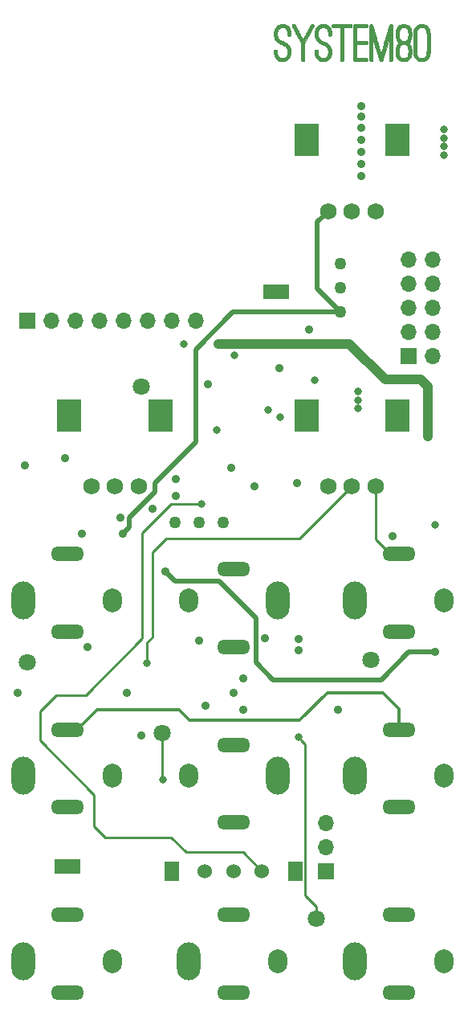
<source format=gtl>
G04 #@! TF.FileFunction,Copper,L1,Top,Signal*
%FSLAX46Y46*%
G04 Gerber Fmt 4.6, Leading zero omitted, Abs format (unit mm)*
G04 Created by KiCad (PCBNEW 4.0.2-stable) date 2019-03-28 2:43:53 PM*
%MOMM*%
G01*
G04 APERTURE LIST*
%ADD10C,0.200000*%
%ADD11C,0.010000*%
%ADD12R,1.700000X1.700000*%
%ADD13O,1.700000X1.700000*%
%ADD14O,2.500000X4.000000*%
%ADD15O,2.000000X2.500000*%
%ADD16O,3.500000X1.500000*%
%ADD17C,1.524000*%
%ADD18R,1.500000X2.000000*%
%ADD19R,2.800000X1.600000*%
%ADD20C,1.800000*%
%ADD21C,1.270000*%
%ADD22R,2.500000X3.500000*%
%ADD23C,1.750000*%
%ADD24C,0.800000*%
%ADD25C,0.900000*%
%ADD26C,1.000000*%
%ADD27C,0.500000*%
%ADD28C,0.250000*%
%ADD29C,0.350000*%
G04 APERTURE END LIST*
D10*
D11*
G36*
X121227439Y-39043464D02*
X121295647Y-39047415D01*
X121356151Y-39053762D01*
X121403869Y-39062399D01*
X121404973Y-39062673D01*
X121519198Y-39099312D01*
X121621575Y-39149216D01*
X121713262Y-39213002D01*
X121752621Y-39247602D01*
X121826160Y-39326422D01*
X121888009Y-39413724D01*
X121938935Y-39511158D01*
X121979709Y-39620374D01*
X122011098Y-39743020D01*
X122028063Y-39838857D01*
X122035813Y-39901028D01*
X122041109Y-39965122D01*
X122043932Y-40027823D01*
X122044263Y-40085817D01*
X122042082Y-40135788D01*
X122037370Y-40174422D01*
X122030130Y-40198366D01*
X121997204Y-40241245D01*
X121954449Y-40271348D01*
X121905481Y-40287752D01*
X121853919Y-40289537D01*
X121803382Y-40275779D01*
X121779005Y-40262373D01*
X121755632Y-40244304D01*
X121737519Y-40223098D01*
X121723769Y-40196040D01*
X121713484Y-40160415D01*
X121705765Y-40113507D01*
X121699717Y-40052603D01*
X121696902Y-40014037D01*
X121685453Y-39895980D01*
X121667730Y-39793549D01*
X121643228Y-39705168D01*
X121611441Y-39629259D01*
X121571862Y-39564248D01*
X121540069Y-39525273D01*
X121500645Y-39485550D01*
X121462322Y-39455684D01*
X121419077Y-39431823D01*
X121364890Y-39410115D01*
X121354150Y-39406360D01*
X121320632Y-39395639D01*
X121290604Y-39388527D01*
X121258577Y-39384280D01*
X121219060Y-39382152D01*
X121170286Y-39381421D01*
X121093898Y-39383704D01*
X121029970Y-39392455D01*
X120973552Y-39409028D01*
X120919695Y-39434777D01*
X120876761Y-39461776D01*
X120810013Y-39518011D01*
X120751640Y-39588882D01*
X120702325Y-39672597D01*
X120662750Y-39767360D01*
X120633597Y-39871378D01*
X120615550Y-39982856D01*
X120609290Y-40100001D01*
X120610833Y-40160893D01*
X120623216Y-40271355D01*
X120648786Y-40370453D01*
X120688286Y-40460027D01*
X120742456Y-40541914D01*
X120783954Y-40589861D01*
X120833429Y-40639291D01*
X120883042Y-40682586D01*
X120935873Y-40721737D01*
X120995004Y-40758734D01*
X121063517Y-40795568D01*
X121144493Y-40834230D01*
X121201504Y-40859641D01*
X121322994Y-40914476D01*
X121428751Y-40966272D01*
X121520663Y-41016316D01*
X121600619Y-41065889D01*
X121670506Y-41116278D01*
X121732212Y-41168764D01*
X121787626Y-41224632D01*
X121838634Y-41285167D01*
X121851062Y-41301370D01*
X121917949Y-41401459D01*
X121969937Y-41505301D01*
X122007712Y-41615125D01*
X122031959Y-41733157D01*
X122043364Y-41861626D01*
X122044469Y-41929821D01*
X122036863Y-42078151D01*
X122015960Y-42217698D01*
X121982273Y-42347703D01*
X121936314Y-42467405D01*
X121878596Y-42576042D01*
X121809633Y-42672853D01*
X121729939Y-42757077D01*
X121640025Y-42827953D01*
X121540406Y-42884720D01*
X121431594Y-42926616D01*
X121360220Y-42944691D01*
X121295754Y-42954748D01*
X121220978Y-42961273D01*
X121143439Y-42963934D01*
X121070684Y-42962403D01*
X121030630Y-42959128D01*
X120915323Y-42938986D01*
X120805908Y-42906011D01*
X120705372Y-42861374D01*
X120616703Y-42806247D01*
X120592210Y-42787306D01*
X120515815Y-42713660D01*
X120448818Y-42625680D01*
X120391776Y-42524878D01*
X120345246Y-42412763D01*
X120309783Y-42290844D01*
X120285944Y-42160632D01*
X120274285Y-42023635D01*
X120273709Y-41922962D01*
X120275397Y-41873567D01*
X120277761Y-41838654D01*
X120281371Y-41814561D01*
X120286793Y-41797625D01*
X120294598Y-41784186D01*
X120295424Y-41783040D01*
X120330465Y-41749518D01*
X120375363Y-41727809D01*
X120425635Y-41718611D01*
X120476799Y-41722620D01*
X120524373Y-41740533D01*
X120533367Y-41746046D01*
X120569805Y-41778907D01*
X120593712Y-41821835D01*
X120605882Y-41876652D01*
X120607883Y-41916811D01*
X120613006Y-42031045D01*
X120627840Y-42139661D01*
X120651715Y-42240497D01*
X120683959Y-42331392D01*
X120723901Y-42410185D01*
X120770870Y-42474715D01*
X120786076Y-42490815D01*
X120850561Y-42544441D01*
X120922152Y-42583716D01*
X121002452Y-42609165D01*
X121093061Y-42621315D01*
X121183359Y-42621386D01*
X121283688Y-42608847D01*
X121373172Y-42581914D01*
X121451855Y-42540537D01*
X121519780Y-42484662D01*
X121576993Y-42414239D01*
X121623537Y-42329216D01*
X121659457Y-42229541D01*
X121684798Y-42115162D01*
X121696696Y-42021763D01*
X121700869Y-41897768D01*
X121689572Y-41782687D01*
X121662916Y-41676785D01*
X121621011Y-41580326D01*
X121563967Y-41493575D01*
X121491897Y-41416799D01*
X121420509Y-41360676D01*
X121392918Y-41343653D01*
X121351727Y-41320746D01*
X121299914Y-41293442D01*
X121240457Y-41263228D01*
X121176335Y-41231589D01*
X121110526Y-41200013D01*
X121046008Y-41169986D01*
X120985759Y-41142994D01*
X120974834Y-41138242D01*
X120842845Y-41072644D01*
X120722166Y-40995331D01*
X120613738Y-40907328D01*
X120518500Y-40809659D01*
X120437392Y-40703346D01*
X120371354Y-40589415D01*
X120321326Y-40468888D01*
X120302439Y-40405821D01*
X120289293Y-40340766D01*
X120279777Y-40262706D01*
X120274053Y-40176446D01*
X120272278Y-40086790D01*
X120274612Y-39998540D01*
X120281215Y-39916502D01*
X120285193Y-39885771D01*
X120313309Y-39743395D01*
X120353977Y-39612396D01*
X120406745Y-39493319D01*
X120471157Y-39386707D01*
X120546760Y-39293107D01*
X120633099Y-39213062D01*
X120729720Y-39147118D01*
X120836168Y-39095819D01*
X120951989Y-39059709D01*
X120979211Y-39053750D01*
X121027412Y-39047052D01*
X121088239Y-39043176D01*
X121156609Y-39042015D01*
X121227439Y-39043464D01*
X121227439Y-39043464D01*
G37*
X121227439Y-39043464D02*
X121295647Y-39047415D01*
X121356151Y-39053762D01*
X121403869Y-39062399D01*
X121404973Y-39062673D01*
X121519198Y-39099312D01*
X121621575Y-39149216D01*
X121713262Y-39213002D01*
X121752621Y-39247602D01*
X121826160Y-39326422D01*
X121888009Y-39413724D01*
X121938935Y-39511158D01*
X121979709Y-39620374D01*
X122011098Y-39743020D01*
X122028063Y-39838857D01*
X122035813Y-39901028D01*
X122041109Y-39965122D01*
X122043932Y-40027823D01*
X122044263Y-40085817D01*
X122042082Y-40135788D01*
X122037370Y-40174422D01*
X122030130Y-40198366D01*
X121997204Y-40241245D01*
X121954449Y-40271348D01*
X121905481Y-40287752D01*
X121853919Y-40289537D01*
X121803382Y-40275779D01*
X121779005Y-40262373D01*
X121755632Y-40244304D01*
X121737519Y-40223098D01*
X121723769Y-40196040D01*
X121713484Y-40160415D01*
X121705765Y-40113507D01*
X121699717Y-40052603D01*
X121696902Y-40014037D01*
X121685453Y-39895980D01*
X121667730Y-39793549D01*
X121643228Y-39705168D01*
X121611441Y-39629259D01*
X121571862Y-39564248D01*
X121540069Y-39525273D01*
X121500645Y-39485550D01*
X121462322Y-39455684D01*
X121419077Y-39431823D01*
X121364890Y-39410115D01*
X121354150Y-39406360D01*
X121320632Y-39395639D01*
X121290604Y-39388527D01*
X121258577Y-39384280D01*
X121219060Y-39382152D01*
X121170286Y-39381421D01*
X121093898Y-39383704D01*
X121029970Y-39392455D01*
X120973552Y-39409028D01*
X120919695Y-39434777D01*
X120876761Y-39461776D01*
X120810013Y-39518011D01*
X120751640Y-39588882D01*
X120702325Y-39672597D01*
X120662750Y-39767360D01*
X120633597Y-39871378D01*
X120615550Y-39982856D01*
X120609290Y-40100001D01*
X120610833Y-40160893D01*
X120623216Y-40271355D01*
X120648786Y-40370453D01*
X120688286Y-40460027D01*
X120742456Y-40541914D01*
X120783954Y-40589861D01*
X120833429Y-40639291D01*
X120883042Y-40682586D01*
X120935873Y-40721737D01*
X120995004Y-40758734D01*
X121063517Y-40795568D01*
X121144493Y-40834230D01*
X121201504Y-40859641D01*
X121322994Y-40914476D01*
X121428751Y-40966272D01*
X121520663Y-41016316D01*
X121600619Y-41065889D01*
X121670506Y-41116278D01*
X121732212Y-41168764D01*
X121787626Y-41224632D01*
X121838634Y-41285167D01*
X121851062Y-41301370D01*
X121917949Y-41401459D01*
X121969937Y-41505301D01*
X122007712Y-41615125D01*
X122031959Y-41733157D01*
X122043364Y-41861626D01*
X122044469Y-41929821D01*
X122036863Y-42078151D01*
X122015960Y-42217698D01*
X121982273Y-42347703D01*
X121936314Y-42467405D01*
X121878596Y-42576042D01*
X121809633Y-42672853D01*
X121729939Y-42757077D01*
X121640025Y-42827953D01*
X121540406Y-42884720D01*
X121431594Y-42926616D01*
X121360220Y-42944691D01*
X121295754Y-42954748D01*
X121220978Y-42961273D01*
X121143439Y-42963934D01*
X121070684Y-42962403D01*
X121030630Y-42959128D01*
X120915323Y-42938986D01*
X120805908Y-42906011D01*
X120705372Y-42861374D01*
X120616703Y-42806247D01*
X120592210Y-42787306D01*
X120515815Y-42713660D01*
X120448818Y-42625680D01*
X120391776Y-42524878D01*
X120345246Y-42412763D01*
X120309783Y-42290844D01*
X120285944Y-42160632D01*
X120274285Y-42023635D01*
X120273709Y-41922962D01*
X120275397Y-41873567D01*
X120277761Y-41838654D01*
X120281371Y-41814561D01*
X120286793Y-41797625D01*
X120294598Y-41784186D01*
X120295424Y-41783040D01*
X120330465Y-41749518D01*
X120375363Y-41727809D01*
X120425635Y-41718611D01*
X120476799Y-41722620D01*
X120524373Y-41740533D01*
X120533367Y-41746046D01*
X120569805Y-41778907D01*
X120593712Y-41821835D01*
X120605882Y-41876652D01*
X120607883Y-41916811D01*
X120613006Y-42031045D01*
X120627840Y-42139661D01*
X120651715Y-42240497D01*
X120683959Y-42331392D01*
X120723901Y-42410185D01*
X120770870Y-42474715D01*
X120786076Y-42490815D01*
X120850561Y-42544441D01*
X120922152Y-42583716D01*
X121002452Y-42609165D01*
X121093061Y-42621315D01*
X121183359Y-42621386D01*
X121283688Y-42608847D01*
X121373172Y-42581914D01*
X121451855Y-42540537D01*
X121519780Y-42484662D01*
X121576993Y-42414239D01*
X121623537Y-42329216D01*
X121659457Y-42229541D01*
X121684798Y-42115162D01*
X121696696Y-42021763D01*
X121700869Y-41897768D01*
X121689572Y-41782687D01*
X121662916Y-41676785D01*
X121621011Y-41580326D01*
X121563967Y-41493575D01*
X121491897Y-41416799D01*
X121420509Y-41360676D01*
X121392918Y-41343653D01*
X121351727Y-41320746D01*
X121299914Y-41293442D01*
X121240457Y-41263228D01*
X121176335Y-41231589D01*
X121110526Y-41200013D01*
X121046008Y-41169986D01*
X120985759Y-41142994D01*
X120974834Y-41138242D01*
X120842845Y-41072644D01*
X120722166Y-40995331D01*
X120613738Y-40907328D01*
X120518500Y-40809659D01*
X120437392Y-40703346D01*
X120371354Y-40589415D01*
X120321326Y-40468888D01*
X120302439Y-40405821D01*
X120289293Y-40340766D01*
X120279777Y-40262706D01*
X120274053Y-40176446D01*
X120272278Y-40086790D01*
X120274612Y-39998540D01*
X120281215Y-39916502D01*
X120285193Y-39885771D01*
X120313309Y-39743395D01*
X120353977Y-39612396D01*
X120406745Y-39493319D01*
X120471157Y-39386707D01*
X120546760Y-39293107D01*
X120633099Y-39213062D01*
X120729720Y-39147118D01*
X120836168Y-39095819D01*
X120951989Y-39059709D01*
X120979211Y-39053750D01*
X121027412Y-39047052D01*
X121088239Y-39043176D01*
X121156609Y-39042015D01*
X121227439Y-39043464D01*
G36*
X124363498Y-39048500D02*
X124408104Y-39070282D01*
X124443509Y-39103251D01*
X124467771Y-39144543D01*
X124478950Y-39191293D01*
X124475108Y-39240637D01*
X124465702Y-39268264D01*
X124459025Y-39281477D01*
X124444211Y-39309518D01*
X124421844Y-39351308D01*
X124392512Y-39405768D01*
X124356800Y-39471818D01*
X124315293Y-39548379D01*
X124268579Y-39634370D01*
X124217242Y-39728714D01*
X124161869Y-39830330D01*
X124103045Y-39938138D01*
X124041358Y-40051061D01*
X123977391Y-40168017D01*
X123970283Y-40181004D01*
X123492572Y-41053830D01*
X123492572Y-42844442D01*
X123470783Y-42881622D01*
X123437908Y-42920695D01*
X123394085Y-42947906D01*
X123343336Y-42961637D01*
X123289684Y-42960272D01*
X123279976Y-42958286D01*
X123234889Y-42939977D01*
X123194908Y-42909598D01*
X123168259Y-42875049D01*
X123165650Y-42869344D01*
X123163328Y-42861609D01*
X123161270Y-42850769D01*
X123159452Y-42835749D01*
X123157851Y-42815476D01*
X123156444Y-42788875D01*
X123155206Y-42754872D01*
X123154115Y-42712392D01*
X123153147Y-42660361D01*
X123152279Y-42597705D01*
X123151488Y-42523349D01*
X123150749Y-42436219D01*
X123150040Y-42335241D01*
X123149337Y-42219340D01*
X123148616Y-42087443D01*
X123147857Y-41938893D01*
X123143322Y-41031750D01*
X122660088Y-40149509D01*
X122578651Y-40000676D01*
X122505726Y-39867067D01*
X122440986Y-39748063D01*
X122384102Y-39643045D01*
X122334747Y-39551393D01*
X122292591Y-39472489D01*
X122257307Y-39405713D01*
X122228567Y-39350446D01*
X122206042Y-39306070D01*
X122189405Y-39271965D01*
X122178327Y-39247511D01*
X122172479Y-39232091D01*
X122171421Y-39227625D01*
X122172473Y-39173467D01*
X122189933Y-39124602D01*
X122222302Y-39083917D01*
X122259353Y-39058461D01*
X122306807Y-39043357D01*
X122357856Y-39042260D01*
X122407589Y-39054119D01*
X122451099Y-39077885D01*
X122478563Y-39105352D01*
X122486123Y-39117625D01*
X122501710Y-39144668D01*
X122524679Y-39185318D01*
X122554384Y-39238408D01*
X122590181Y-39302774D01*
X122631425Y-39377249D01*
X122677470Y-39460670D01*
X122727672Y-39551871D01*
X122781385Y-39649686D01*
X122837964Y-39752951D01*
X122896765Y-39860500D01*
X122907238Y-39879679D01*
X122965972Y-39987212D01*
X123022289Y-40090228D01*
X123075577Y-40187612D01*
X123125222Y-40278245D01*
X123170611Y-40361011D01*
X123211129Y-40434792D01*
X123246163Y-40498472D01*
X123275100Y-40550934D01*
X123297326Y-40591060D01*
X123312227Y-40617733D01*
X123319191Y-40629837D01*
X123319594Y-40630431D01*
X123324759Y-40623658D01*
X123338026Y-40602051D01*
X123358788Y-40566690D01*
X123386434Y-40518656D01*
X123420357Y-40459028D01*
X123459948Y-40388887D01*
X123504596Y-40309312D01*
X123553693Y-40221385D01*
X123606631Y-40126184D01*
X123662800Y-40024791D01*
X123721591Y-39918286D01*
X123741553Y-39882038D01*
X123801465Y-39773261D01*
X123859170Y-39668635D01*
X123914034Y-39569305D01*
X123965420Y-39476413D01*
X124012695Y-39391102D01*
X124055223Y-39314514D01*
X124092370Y-39247794D01*
X124123500Y-39192083D01*
X124147980Y-39148525D01*
X124165173Y-39118262D01*
X124174446Y-39102438D01*
X124175539Y-39100747D01*
X124204525Y-39073296D01*
X124245338Y-39052837D01*
X124292217Y-39041907D01*
X124311629Y-39040771D01*
X124363498Y-39048500D01*
X124363498Y-39048500D01*
G37*
X124363498Y-39048500D02*
X124408104Y-39070282D01*
X124443509Y-39103251D01*
X124467771Y-39144543D01*
X124478950Y-39191293D01*
X124475108Y-39240637D01*
X124465702Y-39268264D01*
X124459025Y-39281477D01*
X124444211Y-39309518D01*
X124421844Y-39351308D01*
X124392512Y-39405768D01*
X124356800Y-39471818D01*
X124315293Y-39548379D01*
X124268579Y-39634370D01*
X124217242Y-39728714D01*
X124161869Y-39830330D01*
X124103045Y-39938138D01*
X124041358Y-40051061D01*
X123977391Y-40168017D01*
X123970283Y-40181004D01*
X123492572Y-41053830D01*
X123492572Y-42844442D01*
X123470783Y-42881622D01*
X123437908Y-42920695D01*
X123394085Y-42947906D01*
X123343336Y-42961637D01*
X123289684Y-42960272D01*
X123279976Y-42958286D01*
X123234889Y-42939977D01*
X123194908Y-42909598D01*
X123168259Y-42875049D01*
X123165650Y-42869344D01*
X123163328Y-42861609D01*
X123161270Y-42850769D01*
X123159452Y-42835749D01*
X123157851Y-42815476D01*
X123156444Y-42788875D01*
X123155206Y-42754872D01*
X123154115Y-42712392D01*
X123153147Y-42660361D01*
X123152279Y-42597705D01*
X123151488Y-42523349D01*
X123150749Y-42436219D01*
X123150040Y-42335241D01*
X123149337Y-42219340D01*
X123148616Y-42087443D01*
X123147857Y-41938893D01*
X123143322Y-41031750D01*
X122660088Y-40149509D01*
X122578651Y-40000676D01*
X122505726Y-39867067D01*
X122440986Y-39748063D01*
X122384102Y-39643045D01*
X122334747Y-39551393D01*
X122292591Y-39472489D01*
X122257307Y-39405713D01*
X122228567Y-39350446D01*
X122206042Y-39306070D01*
X122189405Y-39271965D01*
X122178327Y-39247511D01*
X122172479Y-39232091D01*
X122171421Y-39227625D01*
X122172473Y-39173467D01*
X122189933Y-39124602D01*
X122222302Y-39083917D01*
X122259353Y-39058461D01*
X122306807Y-39043357D01*
X122357856Y-39042260D01*
X122407589Y-39054119D01*
X122451099Y-39077885D01*
X122478563Y-39105352D01*
X122486123Y-39117625D01*
X122501710Y-39144668D01*
X122524679Y-39185318D01*
X122554384Y-39238408D01*
X122590181Y-39302774D01*
X122631425Y-39377249D01*
X122677470Y-39460670D01*
X122727672Y-39551871D01*
X122781385Y-39649686D01*
X122837964Y-39752951D01*
X122896765Y-39860500D01*
X122907238Y-39879679D01*
X122965972Y-39987212D01*
X123022289Y-40090228D01*
X123075577Y-40187612D01*
X123125222Y-40278245D01*
X123170611Y-40361011D01*
X123211129Y-40434792D01*
X123246163Y-40498472D01*
X123275100Y-40550934D01*
X123297326Y-40591060D01*
X123312227Y-40617733D01*
X123319191Y-40629837D01*
X123319594Y-40630431D01*
X123324759Y-40623658D01*
X123338026Y-40602051D01*
X123358788Y-40566690D01*
X123386434Y-40518656D01*
X123420357Y-40459028D01*
X123459948Y-40388887D01*
X123504596Y-40309312D01*
X123553693Y-40221385D01*
X123606631Y-40126184D01*
X123662800Y-40024791D01*
X123721591Y-39918286D01*
X123741553Y-39882038D01*
X123801465Y-39773261D01*
X123859170Y-39668635D01*
X123914034Y-39569305D01*
X123965420Y-39476413D01*
X124012695Y-39391102D01*
X124055223Y-39314514D01*
X124092370Y-39247794D01*
X124123500Y-39192083D01*
X124147980Y-39148525D01*
X124165173Y-39118262D01*
X124174446Y-39102438D01*
X124175539Y-39100747D01*
X124204525Y-39073296D01*
X124245338Y-39052837D01*
X124292217Y-39041907D01*
X124311629Y-39040771D01*
X124363498Y-39048500D01*
G36*
X125495069Y-39042188D02*
X125575893Y-39046702D01*
X125650737Y-39055110D01*
X125713762Y-39067229D01*
X125715072Y-39067561D01*
X125828535Y-39105225D01*
X125931111Y-39157275D01*
X126022634Y-39223462D01*
X126102939Y-39303535D01*
X126171860Y-39397247D01*
X126229231Y-39504346D01*
X126274889Y-39624584D01*
X126308666Y-39757712D01*
X126330398Y-39903479D01*
X126338099Y-40007274D01*
X126339738Y-40055135D01*
X126340171Y-40099442D01*
X126339422Y-40135453D01*
X126337515Y-40158426D01*
X126337340Y-40159414D01*
X126321372Y-40199527D01*
X126291633Y-40236271D01*
X126252497Y-40266208D01*
X126208336Y-40285903D01*
X126168643Y-40292030D01*
X126120617Y-40283605D01*
X126075302Y-40260608D01*
X126037322Y-40226458D01*
X126011300Y-40184574D01*
X126006948Y-40172463D01*
X126003030Y-40151990D01*
X125999002Y-40118060D01*
X125995332Y-40075350D01*
X125992488Y-40028535D01*
X125992436Y-40027430D01*
X125981194Y-39897501D01*
X125960408Y-39782825D01*
X125929892Y-39683111D01*
X125889457Y-39598067D01*
X125838917Y-39527403D01*
X125778086Y-39470827D01*
X125706776Y-39428048D01*
X125624800Y-39398776D01*
X125582803Y-39389648D01*
X125479717Y-39377707D01*
X125386080Y-39380713D01*
X125300541Y-39399043D01*
X125221744Y-39433067D01*
X125148337Y-39483161D01*
X125106271Y-39521131D01*
X125069299Y-39559603D01*
X125041636Y-39594103D01*
X125018211Y-39631724D01*
X124995862Y-39675572D01*
X124953107Y-39783490D01*
X124923313Y-39899910D01*
X124906889Y-40020741D01*
X124904245Y-40141894D01*
X124915790Y-40259281D01*
X124930425Y-40329040D01*
X124964135Y-40423471D01*
X125014966Y-40512664D01*
X125082497Y-40596006D01*
X125166306Y-40672885D01*
X125168587Y-40674704D01*
X125208010Y-40704865D01*
X125247284Y-40732106D01*
X125289299Y-40758023D01*
X125336942Y-40784212D01*
X125393103Y-40812267D01*
X125460669Y-40843783D01*
X125534830Y-40876960D01*
X125638068Y-40923724D01*
X125726475Y-40966639D01*
X125802537Y-41007265D01*
X125868740Y-41047167D01*
X125927571Y-41087905D01*
X125981515Y-41131042D01*
X126033058Y-41178141D01*
X126065031Y-41210152D01*
X126141430Y-41296593D01*
X126202607Y-41383602D01*
X126251121Y-41475349D01*
X126289530Y-41576005D01*
X126289540Y-41576036D01*
X126305371Y-41627336D01*
X126317226Y-41671948D01*
X126325646Y-41714070D01*
X126331174Y-41757899D01*
X126334354Y-41807633D01*
X126335727Y-41867470D01*
X126335864Y-41934357D01*
X126335279Y-42002274D01*
X126333834Y-42056176D01*
X126331213Y-42100182D01*
X126327102Y-42138411D01*
X126321187Y-42174982D01*
X126315229Y-42204489D01*
X126278177Y-42342991D01*
X126229465Y-42468616D01*
X126169407Y-42580996D01*
X126098317Y-42679765D01*
X126016511Y-42764555D01*
X125924302Y-42834998D01*
X125822006Y-42890726D01*
X125709938Y-42931372D01*
X125687857Y-42937286D01*
X125568786Y-42958803D01*
X125441173Y-42965384D01*
X125321695Y-42958559D01*
X125200237Y-42938478D01*
X125090112Y-42904748D01*
X124990045Y-42856766D01*
X124898759Y-42793928D01*
X124820361Y-42721349D01*
X124746145Y-42630044D01*
X124684791Y-42526021D01*
X124636337Y-42409400D01*
X124600823Y-42280299D01*
X124578289Y-42138836D01*
X124568773Y-41985129D01*
X124568475Y-41961571D01*
X124568282Y-41907536D01*
X124568795Y-41868287D01*
X124570396Y-41840471D01*
X124573465Y-41820736D01*
X124578385Y-41805728D01*
X124585538Y-41792094D01*
X124588289Y-41787590D01*
X124619803Y-41752989D01*
X124661726Y-41729509D01*
X124709626Y-41717842D01*
X124759069Y-41718674D01*
X124805623Y-41732695D01*
X124832736Y-41749607D01*
X124857590Y-41772062D01*
X124875484Y-41795924D01*
X124887789Y-41824943D01*
X124895874Y-41862871D01*
X124901111Y-41913460D01*
X124902926Y-41941748D01*
X124913014Y-42063018D01*
X124928988Y-42168684D01*
X124951426Y-42260494D01*
X124980908Y-42340193D01*
X125018010Y-42409527D01*
X125063311Y-42470242D01*
X125086048Y-42494734D01*
X125147460Y-42546313D01*
X125216934Y-42584256D01*
X125296154Y-42609173D01*
X125386805Y-42621670D01*
X125442929Y-42623471D01*
X125545827Y-42615880D01*
X125638684Y-42593190D01*
X125721327Y-42555527D01*
X125793581Y-42503017D01*
X125855275Y-42435784D01*
X125906234Y-42353955D01*
X125945945Y-42258675D01*
X125966585Y-42183626D01*
X125982581Y-42098126D01*
X125992810Y-42009524D01*
X125996164Y-41929821D01*
X125989286Y-41813288D01*
X125968460Y-41707803D01*
X125933332Y-41612402D01*
X125883545Y-41526115D01*
X125819393Y-41448643D01*
X125784271Y-41414993D01*
X125745836Y-41383673D01*
X125701508Y-41353073D01*
X125648709Y-41321580D01*
X125584860Y-41287584D01*
X125507383Y-41249474D01*
X125479215Y-41236111D01*
X125420823Y-41208587D01*
X125359683Y-41179741D01*
X125300925Y-41151993D01*
X125249679Y-41127765D01*
X125219751Y-41113595D01*
X125121522Y-41062702D01*
X125035000Y-41007746D01*
X124953755Y-40944273D01*
X124886744Y-40882923D01*
X124794891Y-40785494D01*
X124720065Y-40686991D01*
X124661198Y-40585036D01*
X124617220Y-40477252D01*
X124587063Y-40361263D01*
X124569657Y-40234691D01*
X124565475Y-40168444D01*
X124566058Y-40019397D01*
X124580149Y-39877408D01*
X124607172Y-39743380D01*
X124646551Y-39618218D01*
X124697710Y-39502826D01*
X124760074Y-39398108D01*
X124833067Y-39304967D01*
X124916113Y-39224309D01*
X125008638Y-39157036D01*
X125110065Y-39104054D01*
X125219819Y-39066267D01*
X125275107Y-39053826D01*
X125338837Y-39045567D01*
X125414104Y-39041748D01*
X125495069Y-39042188D01*
X125495069Y-39042188D01*
G37*
X125495069Y-39042188D02*
X125575893Y-39046702D01*
X125650737Y-39055110D01*
X125713762Y-39067229D01*
X125715072Y-39067561D01*
X125828535Y-39105225D01*
X125931111Y-39157275D01*
X126022634Y-39223462D01*
X126102939Y-39303535D01*
X126171860Y-39397247D01*
X126229231Y-39504346D01*
X126274889Y-39624584D01*
X126308666Y-39757712D01*
X126330398Y-39903479D01*
X126338099Y-40007274D01*
X126339738Y-40055135D01*
X126340171Y-40099442D01*
X126339422Y-40135453D01*
X126337515Y-40158426D01*
X126337340Y-40159414D01*
X126321372Y-40199527D01*
X126291633Y-40236271D01*
X126252497Y-40266208D01*
X126208336Y-40285903D01*
X126168643Y-40292030D01*
X126120617Y-40283605D01*
X126075302Y-40260608D01*
X126037322Y-40226458D01*
X126011300Y-40184574D01*
X126006948Y-40172463D01*
X126003030Y-40151990D01*
X125999002Y-40118060D01*
X125995332Y-40075350D01*
X125992488Y-40028535D01*
X125992436Y-40027430D01*
X125981194Y-39897501D01*
X125960408Y-39782825D01*
X125929892Y-39683111D01*
X125889457Y-39598067D01*
X125838917Y-39527403D01*
X125778086Y-39470827D01*
X125706776Y-39428048D01*
X125624800Y-39398776D01*
X125582803Y-39389648D01*
X125479717Y-39377707D01*
X125386080Y-39380713D01*
X125300541Y-39399043D01*
X125221744Y-39433067D01*
X125148337Y-39483161D01*
X125106271Y-39521131D01*
X125069299Y-39559603D01*
X125041636Y-39594103D01*
X125018211Y-39631724D01*
X124995862Y-39675572D01*
X124953107Y-39783490D01*
X124923313Y-39899910D01*
X124906889Y-40020741D01*
X124904245Y-40141894D01*
X124915790Y-40259281D01*
X124930425Y-40329040D01*
X124964135Y-40423471D01*
X125014966Y-40512664D01*
X125082497Y-40596006D01*
X125166306Y-40672885D01*
X125168587Y-40674704D01*
X125208010Y-40704865D01*
X125247284Y-40732106D01*
X125289299Y-40758023D01*
X125336942Y-40784212D01*
X125393103Y-40812267D01*
X125460669Y-40843783D01*
X125534830Y-40876960D01*
X125638068Y-40923724D01*
X125726475Y-40966639D01*
X125802537Y-41007265D01*
X125868740Y-41047167D01*
X125927571Y-41087905D01*
X125981515Y-41131042D01*
X126033058Y-41178141D01*
X126065031Y-41210152D01*
X126141430Y-41296593D01*
X126202607Y-41383602D01*
X126251121Y-41475349D01*
X126289530Y-41576005D01*
X126289540Y-41576036D01*
X126305371Y-41627336D01*
X126317226Y-41671948D01*
X126325646Y-41714070D01*
X126331174Y-41757899D01*
X126334354Y-41807633D01*
X126335727Y-41867470D01*
X126335864Y-41934357D01*
X126335279Y-42002274D01*
X126333834Y-42056176D01*
X126331213Y-42100182D01*
X126327102Y-42138411D01*
X126321187Y-42174982D01*
X126315229Y-42204489D01*
X126278177Y-42342991D01*
X126229465Y-42468616D01*
X126169407Y-42580996D01*
X126098317Y-42679765D01*
X126016511Y-42764555D01*
X125924302Y-42834998D01*
X125822006Y-42890726D01*
X125709938Y-42931372D01*
X125687857Y-42937286D01*
X125568786Y-42958803D01*
X125441173Y-42965384D01*
X125321695Y-42958559D01*
X125200237Y-42938478D01*
X125090112Y-42904748D01*
X124990045Y-42856766D01*
X124898759Y-42793928D01*
X124820361Y-42721349D01*
X124746145Y-42630044D01*
X124684791Y-42526021D01*
X124636337Y-42409400D01*
X124600823Y-42280299D01*
X124578289Y-42138836D01*
X124568773Y-41985129D01*
X124568475Y-41961571D01*
X124568282Y-41907536D01*
X124568795Y-41868287D01*
X124570396Y-41840471D01*
X124573465Y-41820736D01*
X124578385Y-41805728D01*
X124585538Y-41792094D01*
X124588289Y-41787590D01*
X124619803Y-41752989D01*
X124661726Y-41729509D01*
X124709626Y-41717842D01*
X124759069Y-41718674D01*
X124805623Y-41732695D01*
X124832736Y-41749607D01*
X124857590Y-41772062D01*
X124875484Y-41795924D01*
X124887789Y-41824943D01*
X124895874Y-41862871D01*
X124901111Y-41913460D01*
X124902926Y-41941748D01*
X124913014Y-42063018D01*
X124928988Y-42168684D01*
X124951426Y-42260494D01*
X124980908Y-42340193D01*
X125018010Y-42409527D01*
X125063311Y-42470242D01*
X125086048Y-42494734D01*
X125147460Y-42546313D01*
X125216934Y-42584256D01*
X125296154Y-42609173D01*
X125386805Y-42621670D01*
X125442929Y-42623471D01*
X125545827Y-42615880D01*
X125638684Y-42593190D01*
X125721327Y-42555527D01*
X125793581Y-42503017D01*
X125855275Y-42435784D01*
X125906234Y-42353955D01*
X125945945Y-42258675D01*
X125966585Y-42183626D01*
X125982581Y-42098126D01*
X125992810Y-42009524D01*
X125996164Y-41929821D01*
X125989286Y-41813288D01*
X125968460Y-41707803D01*
X125933332Y-41612402D01*
X125883545Y-41526115D01*
X125819393Y-41448643D01*
X125784271Y-41414993D01*
X125745836Y-41383673D01*
X125701508Y-41353073D01*
X125648709Y-41321580D01*
X125584860Y-41287584D01*
X125507383Y-41249474D01*
X125479215Y-41236111D01*
X125420823Y-41208587D01*
X125359683Y-41179741D01*
X125300925Y-41151993D01*
X125249679Y-41127765D01*
X125219751Y-41113595D01*
X125121522Y-41062702D01*
X125035000Y-41007746D01*
X124953755Y-40944273D01*
X124886744Y-40882923D01*
X124794891Y-40785494D01*
X124720065Y-40686991D01*
X124661198Y-40585036D01*
X124617220Y-40477252D01*
X124587063Y-40361263D01*
X124569657Y-40234691D01*
X124565475Y-40168444D01*
X124566058Y-40019397D01*
X124580149Y-39877408D01*
X124607172Y-39743380D01*
X124646551Y-39618218D01*
X124697710Y-39502826D01*
X124760074Y-39398108D01*
X124833067Y-39304967D01*
X124916113Y-39224309D01*
X125008638Y-39157036D01*
X125110065Y-39104054D01*
X125219819Y-39066267D01*
X125275107Y-39053826D01*
X125338837Y-39045567D01*
X125414104Y-39041748D01*
X125495069Y-39042188D01*
G36*
X127854733Y-39040523D02*
X127961371Y-39040648D01*
X128054055Y-39040959D01*
X128133831Y-39041521D01*
X128201747Y-39042401D01*
X128258849Y-39043667D01*
X128306185Y-39045385D01*
X128344801Y-39047622D01*
X128375745Y-39050444D01*
X128400064Y-39053919D01*
X128418803Y-39058113D01*
X128433012Y-39063094D01*
X128443736Y-39068927D01*
X128452023Y-39075680D01*
X128458919Y-39083420D01*
X128465472Y-39092213D01*
X128472729Y-39102126D01*
X128476268Y-39106677D01*
X128493037Y-39131278D01*
X128502271Y-39156744D01*
X128506692Y-39191085D01*
X128507102Y-39197391D01*
X128503486Y-39255300D01*
X128485131Y-39302783D01*
X128452133Y-39339650D01*
X128427791Y-39355325D01*
X128417955Y-39360380D01*
X128408179Y-39364545D01*
X128396700Y-39367908D01*
X128381753Y-39370553D01*
X128361577Y-39372567D01*
X128334407Y-39374035D01*
X128298481Y-39375045D01*
X128252035Y-39375682D01*
X128193305Y-39376032D01*
X128120529Y-39376180D01*
X128031944Y-39376214D01*
X127611000Y-39376214D01*
X127611000Y-41104772D01*
X127611013Y-41314653D01*
X127611038Y-41507160D01*
X127611055Y-41683062D01*
X127611043Y-41843126D01*
X127610981Y-41988123D01*
X127610848Y-42118820D01*
X127610624Y-42235986D01*
X127610288Y-42340389D01*
X127609819Y-42432799D01*
X127609197Y-42513985D01*
X127608401Y-42584713D01*
X127607410Y-42645755D01*
X127606204Y-42697877D01*
X127604762Y-42741849D01*
X127603062Y-42778439D01*
X127601086Y-42808416D01*
X127598810Y-42832549D01*
X127596216Y-42851606D01*
X127593283Y-42866356D01*
X127589989Y-42877567D01*
X127586313Y-42886009D01*
X127582237Y-42892450D01*
X127577737Y-42897658D01*
X127572795Y-42902402D01*
X127567388Y-42907451D01*
X127562314Y-42912666D01*
X127524768Y-42941474D01*
X127477244Y-42959381D01*
X127425260Y-42964919D01*
X127385329Y-42959747D01*
X127338504Y-42939114D01*
X127300655Y-42903327D01*
X127288964Y-42885909D01*
X127286788Y-42881990D01*
X127284791Y-42877425D01*
X127282966Y-42871444D01*
X127281303Y-42863278D01*
X127279793Y-42852157D01*
X127278427Y-42837310D01*
X127277198Y-42817969D01*
X127276094Y-42793362D01*
X127275109Y-42762720D01*
X127274232Y-42725273D01*
X127273455Y-42680251D01*
X127272768Y-42626885D01*
X127272164Y-42564404D01*
X127271633Y-42492038D01*
X127271166Y-42409017D01*
X127270755Y-42314572D01*
X127270389Y-42207933D01*
X127270062Y-42088329D01*
X127269762Y-41954991D01*
X127269482Y-41807148D01*
X127269213Y-41644032D01*
X127268946Y-41464871D01*
X127268671Y-41268896D01*
X127268462Y-41115661D01*
X127266103Y-39376214D01*
X126883523Y-39376214D01*
X126790046Y-39376186D01*
X126712925Y-39376049D01*
X126650374Y-39375719D01*
X126600606Y-39375117D01*
X126561833Y-39374161D01*
X126532271Y-39372769D01*
X126510131Y-39370860D01*
X126493627Y-39368352D01*
X126480973Y-39365165D01*
X126470381Y-39361216D01*
X126461194Y-39356973D01*
X126419026Y-39327362D01*
X126389436Y-39287549D01*
X126373079Y-39241001D01*
X126370606Y-39191187D01*
X126382669Y-39141576D01*
X126409920Y-39095635D01*
X126411660Y-39093536D01*
X126418428Y-39085207D01*
X126424608Y-39077798D01*
X126431245Y-39071256D01*
X126439382Y-39065527D01*
X126450065Y-39060557D01*
X126464337Y-39056292D01*
X126483245Y-39052679D01*
X126507831Y-39049664D01*
X126539142Y-39047193D01*
X126578220Y-39045213D01*
X126626112Y-39043669D01*
X126683861Y-39042508D01*
X126752512Y-39041676D01*
X126833110Y-39041119D01*
X126926700Y-39040784D01*
X127034325Y-39040617D01*
X127157031Y-39040565D01*
X127295862Y-39040572D01*
X127440620Y-39040586D01*
X127595404Y-39040559D01*
X127733093Y-39040516D01*
X127854733Y-39040523D01*
X127854733Y-39040523D01*
G37*
X127854733Y-39040523D02*
X127961371Y-39040648D01*
X128054055Y-39040959D01*
X128133831Y-39041521D01*
X128201747Y-39042401D01*
X128258849Y-39043667D01*
X128306185Y-39045385D01*
X128344801Y-39047622D01*
X128375745Y-39050444D01*
X128400064Y-39053919D01*
X128418803Y-39058113D01*
X128433012Y-39063094D01*
X128443736Y-39068927D01*
X128452023Y-39075680D01*
X128458919Y-39083420D01*
X128465472Y-39092213D01*
X128472729Y-39102126D01*
X128476268Y-39106677D01*
X128493037Y-39131278D01*
X128502271Y-39156744D01*
X128506692Y-39191085D01*
X128507102Y-39197391D01*
X128503486Y-39255300D01*
X128485131Y-39302783D01*
X128452133Y-39339650D01*
X128427791Y-39355325D01*
X128417955Y-39360380D01*
X128408179Y-39364545D01*
X128396700Y-39367908D01*
X128381753Y-39370553D01*
X128361577Y-39372567D01*
X128334407Y-39374035D01*
X128298481Y-39375045D01*
X128252035Y-39375682D01*
X128193305Y-39376032D01*
X128120529Y-39376180D01*
X128031944Y-39376214D01*
X127611000Y-39376214D01*
X127611000Y-41104772D01*
X127611013Y-41314653D01*
X127611038Y-41507160D01*
X127611055Y-41683062D01*
X127611043Y-41843126D01*
X127610981Y-41988123D01*
X127610848Y-42118820D01*
X127610624Y-42235986D01*
X127610288Y-42340389D01*
X127609819Y-42432799D01*
X127609197Y-42513985D01*
X127608401Y-42584713D01*
X127607410Y-42645755D01*
X127606204Y-42697877D01*
X127604762Y-42741849D01*
X127603062Y-42778439D01*
X127601086Y-42808416D01*
X127598810Y-42832549D01*
X127596216Y-42851606D01*
X127593283Y-42866356D01*
X127589989Y-42877567D01*
X127586313Y-42886009D01*
X127582237Y-42892450D01*
X127577737Y-42897658D01*
X127572795Y-42902402D01*
X127567388Y-42907451D01*
X127562314Y-42912666D01*
X127524768Y-42941474D01*
X127477244Y-42959381D01*
X127425260Y-42964919D01*
X127385329Y-42959747D01*
X127338504Y-42939114D01*
X127300655Y-42903327D01*
X127288964Y-42885909D01*
X127286788Y-42881990D01*
X127284791Y-42877425D01*
X127282966Y-42871444D01*
X127281303Y-42863278D01*
X127279793Y-42852157D01*
X127278427Y-42837310D01*
X127277198Y-42817969D01*
X127276094Y-42793362D01*
X127275109Y-42762720D01*
X127274232Y-42725273D01*
X127273455Y-42680251D01*
X127272768Y-42626885D01*
X127272164Y-42564404D01*
X127271633Y-42492038D01*
X127271166Y-42409017D01*
X127270755Y-42314572D01*
X127270389Y-42207933D01*
X127270062Y-42088329D01*
X127269762Y-41954991D01*
X127269482Y-41807148D01*
X127269213Y-41644032D01*
X127268946Y-41464871D01*
X127268671Y-41268896D01*
X127268462Y-41115661D01*
X127266103Y-39376214D01*
X126883523Y-39376214D01*
X126790046Y-39376186D01*
X126712925Y-39376049D01*
X126650374Y-39375719D01*
X126600606Y-39375117D01*
X126561833Y-39374161D01*
X126532271Y-39372769D01*
X126510131Y-39370860D01*
X126493627Y-39368352D01*
X126480973Y-39365165D01*
X126470381Y-39361216D01*
X126461194Y-39356973D01*
X126419026Y-39327362D01*
X126389436Y-39287549D01*
X126373079Y-39241001D01*
X126370606Y-39191187D01*
X126382669Y-39141576D01*
X126409920Y-39095635D01*
X126411660Y-39093536D01*
X126418428Y-39085207D01*
X126424608Y-39077798D01*
X126431245Y-39071256D01*
X126439382Y-39065527D01*
X126450065Y-39060557D01*
X126464337Y-39056292D01*
X126483245Y-39052679D01*
X126507831Y-39049664D01*
X126539142Y-39047193D01*
X126578220Y-39045213D01*
X126626112Y-39043669D01*
X126683861Y-39042508D01*
X126752512Y-39041676D01*
X126833110Y-39041119D01*
X126926700Y-39040784D01*
X127034325Y-39040617D01*
X127157031Y-39040565D01*
X127295862Y-39040572D01*
X127440620Y-39040586D01*
X127595404Y-39040559D01*
X127733093Y-39040516D01*
X127854733Y-39040523D01*
G36*
X129215492Y-39041704D02*
X129339183Y-39042052D01*
X129411679Y-39042349D01*
X129532566Y-39042904D01*
X129636646Y-39043439D01*
X129725252Y-39043996D01*
X129799721Y-39044619D01*
X129861385Y-39045350D01*
X129911581Y-39046232D01*
X129951644Y-39047310D01*
X129982907Y-39048625D01*
X130006706Y-39050221D01*
X130024375Y-39052141D01*
X130037250Y-39054428D01*
X130046665Y-39057125D01*
X130053955Y-39060275D01*
X130059324Y-39063250D01*
X130103456Y-39098491D01*
X130133639Y-39142310D01*
X130148917Y-39191634D01*
X130148333Y-39243392D01*
X130131178Y-39294040D01*
X130102495Y-39335945D01*
X130066359Y-39363089D01*
X130027834Y-39376600D01*
X130012268Y-39378141D01*
X129980332Y-39379596D01*
X129933800Y-39380938D01*
X129874445Y-39382139D01*
X129804041Y-39383171D01*
X129724360Y-39384007D01*
X129637176Y-39384620D01*
X129544263Y-39384982D01*
X129481982Y-39385069D01*
X128971715Y-39385286D01*
X128971715Y-40836714D01*
X129500125Y-40836914D01*
X129611783Y-40836984D01*
X129706766Y-40837133D01*
X129786546Y-40837405D01*
X129852591Y-40837844D01*
X129906370Y-40838496D01*
X129949352Y-40839404D01*
X129983008Y-40840612D01*
X130008806Y-40842165D01*
X130028216Y-40844108D01*
X130042707Y-40846484D01*
X130053747Y-40849339D01*
X130062808Y-40852715D01*
X130065688Y-40853985D01*
X130103969Y-40880442D01*
X130130798Y-40917476D01*
X130146025Y-40961471D01*
X130149501Y-41008813D01*
X130141075Y-41055885D01*
X130120598Y-41099073D01*
X130087920Y-41134761D01*
X130077632Y-41142216D01*
X130038947Y-41167822D01*
X129505331Y-41170300D01*
X128971715Y-41172779D01*
X128971715Y-42632436D01*
X129505331Y-42634914D01*
X130038947Y-42637393D01*
X130077632Y-42662999D01*
X130114119Y-42696732D01*
X130137905Y-42738755D01*
X130149133Y-42785465D01*
X130147949Y-42833255D01*
X130134496Y-42878520D01*
X130108920Y-42917655D01*
X130071364Y-42947056D01*
X130066151Y-42949714D01*
X130058304Y-42953332D01*
X130049908Y-42956454D01*
X130039637Y-42959114D01*
X130026167Y-42961349D01*
X130008172Y-42963196D01*
X129984326Y-42964691D01*
X129953304Y-42965871D01*
X129913781Y-42966772D01*
X129864430Y-42967430D01*
X129803927Y-42967882D01*
X129730947Y-42968164D01*
X129644162Y-42968314D01*
X129542250Y-42968366D01*
X129423882Y-42968359D01*
X129388404Y-42968351D01*
X128749465Y-42968202D01*
X128713364Y-42947755D01*
X128684115Y-42925053D01*
X128659627Y-42895853D01*
X128656816Y-42891208D01*
X128636370Y-42855107D01*
X128636221Y-41010978D01*
X128636206Y-40795851D01*
X128636202Y-40598117D01*
X128636216Y-40417029D01*
X128636255Y-40251838D01*
X128636327Y-40101794D01*
X128636438Y-39966150D01*
X128636595Y-39844156D01*
X128636806Y-39735063D01*
X128637077Y-39638123D01*
X128637416Y-39552588D01*
X128637830Y-39477708D01*
X128638326Y-39412734D01*
X128638910Y-39356918D01*
X128639591Y-39309511D01*
X128640375Y-39269765D01*
X128641269Y-39236930D01*
X128642280Y-39210258D01*
X128643416Y-39189000D01*
X128644683Y-39172408D01*
X128646089Y-39159731D01*
X128647641Y-39150223D01*
X128649345Y-39143134D01*
X128651209Y-39137715D01*
X128653240Y-39133218D01*
X128654009Y-39131688D01*
X128683481Y-39091208D01*
X128725289Y-39062645D01*
X128758536Y-39050176D01*
X128771966Y-39047926D01*
X128796146Y-39046037D01*
X128831942Y-39044498D01*
X128880220Y-39043300D01*
X128941847Y-39042432D01*
X129017691Y-39041883D01*
X129108617Y-39041644D01*
X129215492Y-39041704D01*
X129215492Y-39041704D01*
G37*
X129215492Y-39041704D02*
X129339183Y-39042052D01*
X129411679Y-39042349D01*
X129532566Y-39042904D01*
X129636646Y-39043439D01*
X129725252Y-39043996D01*
X129799721Y-39044619D01*
X129861385Y-39045350D01*
X129911581Y-39046232D01*
X129951644Y-39047310D01*
X129982907Y-39048625D01*
X130006706Y-39050221D01*
X130024375Y-39052141D01*
X130037250Y-39054428D01*
X130046665Y-39057125D01*
X130053955Y-39060275D01*
X130059324Y-39063250D01*
X130103456Y-39098491D01*
X130133639Y-39142310D01*
X130148917Y-39191634D01*
X130148333Y-39243392D01*
X130131178Y-39294040D01*
X130102495Y-39335945D01*
X130066359Y-39363089D01*
X130027834Y-39376600D01*
X130012268Y-39378141D01*
X129980332Y-39379596D01*
X129933800Y-39380938D01*
X129874445Y-39382139D01*
X129804041Y-39383171D01*
X129724360Y-39384007D01*
X129637176Y-39384620D01*
X129544263Y-39384982D01*
X129481982Y-39385069D01*
X128971715Y-39385286D01*
X128971715Y-40836714D01*
X129500125Y-40836914D01*
X129611783Y-40836984D01*
X129706766Y-40837133D01*
X129786546Y-40837405D01*
X129852591Y-40837844D01*
X129906370Y-40838496D01*
X129949352Y-40839404D01*
X129983008Y-40840612D01*
X130008806Y-40842165D01*
X130028216Y-40844108D01*
X130042707Y-40846484D01*
X130053747Y-40849339D01*
X130062808Y-40852715D01*
X130065688Y-40853985D01*
X130103969Y-40880442D01*
X130130798Y-40917476D01*
X130146025Y-40961471D01*
X130149501Y-41008813D01*
X130141075Y-41055885D01*
X130120598Y-41099073D01*
X130087920Y-41134761D01*
X130077632Y-41142216D01*
X130038947Y-41167822D01*
X129505331Y-41170300D01*
X128971715Y-41172779D01*
X128971715Y-42632436D01*
X129505331Y-42634914D01*
X130038947Y-42637393D01*
X130077632Y-42662999D01*
X130114119Y-42696732D01*
X130137905Y-42738755D01*
X130149133Y-42785465D01*
X130147949Y-42833255D01*
X130134496Y-42878520D01*
X130108920Y-42917655D01*
X130071364Y-42947056D01*
X130066151Y-42949714D01*
X130058304Y-42953332D01*
X130049908Y-42956454D01*
X130039637Y-42959114D01*
X130026167Y-42961349D01*
X130008172Y-42963196D01*
X129984326Y-42964691D01*
X129953304Y-42965871D01*
X129913781Y-42966772D01*
X129864430Y-42967430D01*
X129803927Y-42967882D01*
X129730947Y-42968164D01*
X129644162Y-42968314D01*
X129542250Y-42968366D01*
X129423882Y-42968359D01*
X129388404Y-42968351D01*
X128749465Y-42968202D01*
X128713364Y-42947755D01*
X128684115Y-42925053D01*
X128659627Y-42895853D01*
X128656816Y-42891208D01*
X128636370Y-42855107D01*
X128636221Y-41010978D01*
X128636206Y-40795851D01*
X128636202Y-40598117D01*
X128636216Y-40417029D01*
X128636255Y-40251838D01*
X128636327Y-40101794D01*
X128636438Y-39966150D01*
X128636595Y-39844156D01*
X128636806Y-39735063D01*
X128637077Y-39638123D01*
X128637416Y-39552588D01*
X128637830Y-39477708D01*
X128638326Y-39412734D01*
X128638910Y-39356918D01*
X128639591Y-39309511D01*
X128640375Y-39269765D01*
X128641269Y-39236930D01*
X128642280Y-39210258D01*
X128643416Y-39189000D01*
X128644683Y-39172408D01*
X128646089Y-39159731D01*
X128647641Y-39150223D01*
X128649345Y-39143134D01*
X128651209Y-39137715D01*
X128653240Y-39133218D01*
X128654009Y-39131688D01*
X128683481Y-39091208D01*
X128725289Y-39062645D01*
X128758536Y-39050176D01*
X128771966Y-39047926D01*
X128796146Y-39046037D01*
X128831942Y-39044498D01*
X128880220Y-39043300D01*
X128941847Y-39042432D01*
X129017691Y-39041883D01*
X129108617Y-39041644D01*
X129215492Y-39041704D01*
G36*
X130582586Y-39051632D02*
X130624647Y-39072443D01*
X130660019Y-39105933D01*
X130683168Y-39146068D01*
X130687600Y-39159455D01*
X130696733Y-39189361D01*
X130710297Y-39234858D01*
X130728025Y-39295014D01*
X130749646Y-39368901D01*
X130774893Y-39455589D01*
X130803495Y-39554149D01*
X130835184Y-39663651D01*
X130869691Y-39783165D01*
X130906747Y-39911762D01*
X130946084Y-40048512D01*
X130987431Y-40192486D01*
X131030520Y-40342754D01*
X131075083Y-40498386D01*
X131120850Y-40658454D01*
X131126987Y-40679935D01*
X131185647Y-40885054D01*
X131240318Y-41075759D01*
X131290929Y-41251808D01*
X131337409Y-41412958D01*
X131379686Y-41558963D01*
X131417689Y-41689581D01*
X131451346Y-41804567D01*
X131480585Y-41903679D01*
X131505336Y-41986672D01*
X131525526Y-42053303D01*
X131541085Y-42103328D01*
X131551940Y-42136503D01*
X131558021Y-42152585D01*
X131559310Y-42154043D01*
X131562509Y-42143777D01*
X131570455Y-42116981D01*
X131582885Y-42074562D01*
X131599537Y-42017429D01*
X131620148Y-41946488D01*
X131644456Y-41862647D01*
X131672199Y-41766814D01*
X131703114Y-41659896D01*
X131736940Y-41542800D01*
X131773412Y-41416435D01*
X131812270Y-41281708D01*
X131853250Y-41139526D01*
X131896090Y-40990796D01*
X131940528Y-40836428D01*
X131986302Y-40677327D01*
X131992641Y-40655286D01*
X132038698Y-40495250D01*
X132083548Y-40339615D01*
X132126921Y-40189305D01*
X132168551Y-40045245D01*
X132208166Y-39908357D01*
X132245500Y-39779567D01*
X132280281Y-39659796D01*
X132312243Y-39549971D01*
X132341116Y-39451013D01*
X132366630Y-39363848D01*
X132388518Y-39289399D01*
X132406509Y-39228590D01*
X132420336Y-39182345D01*
X132429730Y-39151587D01*
X132434421Y-39137240D01*
X132434643Y-39136692D01*
X132461509Y-39095374D01*
X132498580Y-39066172D01*
X132542538Y-39049108D01*
X132590063Y-39044204D01*
X132637838Y-39051481D01*
X132682543Y-39070963D01*
X132720859Y-39102671D01*
X132743487Y-39134634D01*
X132745309Y-39138762D01*
X132746984Y-39144707D01*
X132748518Y-39153212D01*
X132749916Y-39165019D01*
X132751185Y-39180871D01*
X132752332Y-39201511D01*
X132753362Y-39227682D01*
X132754281Y-39260127D01*
X132755097Y-39299588D01*
X132755814Y-39346808D01*
X132756439Y-39402531D01*
X132756979Y-39467498D01*
X132757439Y-39542453D01*
X132757827Y-39628139D01*
X132758147Y-39725298D01*
X132758406Y-39834673D01*
X132758610Y-39957006D01*
X132758766Y-40093042D01*
X132758880Y-40243522D01*
X132758958Y-40409189D01*
X132759005Y-40590787D01*
X132759029Y-40789057D01*
X132759036Y-41000000D01*
X132759034Y-41214674D01*
X132759023Y-41411956D01*
X132758995Y-41592597D01*
X132758944Y-41757345D01*
X132758862Y-41906953D01*
X132758742Y-42042171D01*
X132758577Y-42163749D01*
X132758358Y-42272438D01*
X132758080Y-42368987D01*
X132757735Y-42454149D01*
X132757315Y-42528672D01*
X132756813Y-42593309D01*
X132756223Y-42648808D01*
X132755536Y-42695922D01*
X132754745Y-42735399D01*
X132753844Y-42767991D01*
X132752824Y-42794449D01*
X132751679Y-42815522D01*
X132750401Y-42831962D01*
X132748984Y-42844518D01*
X132747419Y-42853942D01*
X132745700Y-42860983D01*
X132743819Y-42866393D01*
X132741769Y-42870921D01*
X132740893Y-42872667D01*
X132709327Y-42917147D01*
X132667735Y-42948762D01*
X132619333Y-42965204D01*
X132610224Y-42966367D01*
X132548760Y-42965927D01*
X132498353Y-42951414D01*
X132458139Y-42922431D01*
X132429871Y-42883509D01*
X132427624Y-42878468D01*
X132425593Y-42871346D01*
X132423763Y-42861215D01*
X132422118Y-42847146D01*
X132420643Y-42828212D01*
X132419323Y-42803483D01*
X132418143Y-42772031D01*
X132417086Y-42732928D01*
X132416139Y-42685245D01*
X132415285Y-42628054D01*
X132414509Y-42560426D01*
X132413797Y-42481433D01*
X132413132Y-42390147D01*
X132412500Y-42285638D01*
X132411885Y-42166979D01*
X132411272Y-42033242D01*
X132410645Y-41883497D01*
X132409990Y-41716817D01*
X132409786Y-41663344D01*
X132405250Y-40471580D01*
X132065750Y-41658808D01*
X132024826Y-41801784D01*
X131985122Y-41940232D01*
X131946939Y-42073121D01*
X131910575Y-42199418D01*
X131876331Y-42318093D01*
X131844505Y-42428111D01*
X131815399Y-42528442D01*
X131789311Y-42618053D01*
X131766540Y-42695913D01*
X131747388Y-42760989D01*
X131732153Y-42812249D01*
X131721135Y-42848661D01*
X131714634Y-42869193D01*
X131713138Y-42873250D01*
X131682078Y-42918822D01*
X131640209Y-42950010D01*
X131588532Y-42966205D01*
X131556983Y-42968500D01*
X131501594Y-42960718D01*
X131454302Y-42938339D01*
X131417678Y-42902816D01*
X131405297Y-42882803D01*
X131401177Y-42870997D01*
X131392382Y-42842771D01*
X131379210Y-42799150D01*
X131361961Y-42741161D01*
X131340934Y-42669832D01*
X131316427Y-42586188D01*
X131288740Y-42491256D01*
X131258172Y-42386063D01*
X131225022Y-42271636D01*
X131189590Y-42149000D01*
X131152173Y-42019183D01*
X131113071Y-41883212D01*
X131072584Y-41742112D01*
X131048530Y-41658139D01*
X130705609Y-40460250D01*
X130704588Y-41630464D01*
X130704404Y-41775423D01*
X130704111Y-41915818D01*
X130703719Y-42050533D01*
X130703235Y-42178449D01*
X130702667Y-42298449D01*
X130702024Y-42409414D01*
X130701312Y-42510227D01*
X130700541Y-42599768D01*
X130699719Y-42676922D01*
X130698852Y-42740568D01*
X130697950Y-42789590D01*
X130697020Y-42822870D01*
X130696070Y-42839289D01*
X130695929Y-42840213D01*
X130678297Y-42889949D01*
X130645523Y-42931037D01*
X130628497Y-42945108D01*
X130604231Y-42955847D01*
X130568456Y-42963288D01*
X130527591Y-42966936D01*
X130488051Y-42966301D01*
X130456254Y-42960890D01*
X130450362Y-42958774D01*
X130413523Y-42935268D01*
X130381102Y-42899743D01*
X130370120Y-42882321D01*
X130368346Y-42878115D01*
X130366713Y-42871697D01*
X130365213Y-42862322D01*
X130363841Y-42849249D01*
X130362588Y-42831733D01*
X130361448Y-42809030D01*
X130360414Y-42780396D01*
X130359479Y-42745089D01*
X130358635Y-42702365D01*
X130357876Y-42651479D01*
X130357194Y-42591689D01*
X130356583Y-42522250D01*
X130356036Y-42442419D01*
X130355545Y-42351453D01*
X130355103Y-42248607D01*
X130354704Y-42133138D01*
X130354340Y-42004302D01*
X130354004Y-41861357D01*
X130353689Y-41703557D01*
X130353389Y-41530160D01*
X130353096Y-41340422D01*
X130352803Y-41133600D01*
X130352677Y-41040821D01*
X130352398Y-40809292D01*
X130352205Y-40595419D01*
X130352102Y-40398714D01*
X130352089Y-40218691D01*
X130352170Y-40054862D01*
X130352346Y-39906742D01*
X130352619Y-39773843D01*
X130352991Y-39655677D01*
X130353465Y-39551759D01*
X130354042Y-39461601D01*
X130354725Y-39384716D01*
X130355515Y-39320617D01*
X130356415Y-39268818D01*
X130357426Y-39228830D01*
X130358551Y-39200169D01*
X130359792Y-39182345D01*
X130360572Y-39176752D01*
X130378707Y-39127589D01*
X130408456Y-39089363D01*
X130446769Y-39062364D01*
X130490596Y-39046882D01*
X130536885Y-39043208D01*
X130582586Y-39051632D01*
X130582586Y-39051632D01*
G37*
X130582586Y-39051632D02*
X130624647Y-39072443D01*
X130660019Y-39105933D01*
X130683168Y-39146068D01*
X130687600Y-39159455D01*
X130696733Y-39189361D01*
X130710297Y-39234858D01*
X130728025Y-39295014D01*
X130749646Y-39368901D01*
X130774893Y-39455589D01*
X130803495Y-39554149D01*
X130835184Y-39663651D01*
X130869691Y-39783165D01*
X130906747Y-39911762D01*
X130946084Y-40048512D01*
X130987431Y-40192486D01*
X131030520Y-40342754D01*
X131075083Y-40498386D01*
X131120850Y-40658454D01*
X131126987Y-40679935D01*
X131185647Y-40885054D01*
X131240318Y-41075759D01*
X131290929Y-41251808D01*
X131337409Y-41412958D01*
X131379686Y-41558963D01*
X131417689Y-41689581D01*
X131451346Y-41804567D01*
X131480585Y-41903679D01*
X131505336Y-41986672D01*
X131525526Y-42053303D01*
X131541085Y-42103328D01*
X131551940Y-42136503D01*
X131558021Y-42152585D01*
X131559310Y-42154043D01*
X131562509Y-42143777D01*
X131570455Y-42116981D01*
X131582885Y-42074562D01*
X131599537Y-42017429D01*
X131620148Y-41946488D01*
X131644456Y-41862647D01*
X131672199Y-41766814D01*
X131703114Y-41659896D01*
X131736940Y-41542800D01*
X131773412Y-41416435D01*
X131812270Y-41281708D01*
X131853250Y-41139526D01*
X131896090Y-40990796D01*
X131940528Y-40836428D01*
X131986302Y-40677327D01*
X131992641Y-40655286D01*
X132038698Y-40495250D01*
X132083548Y-40339615D01*
X132126921Y-40189305D01*
X132168551Y-40045245D01*
X132208166Y-39908357D01*
X132245500Y-39779567D01*
X132280281Y-39659796D01*
X132312243Y-39549971D01*
X132341116Y-39451013D01*
X132366630Y-39363848D01*
X132388518Y-39289399D01*
X132406509Y-39228590D01*
X132420336Y-39182345D01*
X132429730Y-39151587D01*
X132434421Y-39137240D01*
X132434643Y-39136692D01*
X132461509Y-39095374D01*
X132498580Y-39066172D01*
X132542538Y-39049108D01*
X132590063Y-39044204D01*
X132637838Y-39051481D01*
X132682543Y-39070963D01*
X132720859Y-39102671D01*
X132743487Y-39134634D01*
X132745309Y-39138762D01*
X132746984Y-39144707D01*
X132748518Y-39153212D01*
X132749916Y-39165019D01*
X132751185Y-39180871D01*
X132752332Y-39201511D01*
X132753362Y-39227682D01*
X132754281Y-39260127D01*
X132755097Y-39299588D01*
X132755814Y-39346808D01*
X132756439Y-39402531D01*
X132756979Y-39467498D01*
X132757439Y-39542453D01*
X132757827Y-39628139D01*
X132758147Y-39725298D01*
X132758406Y-39834673D01*
X132758610Y-39957006D01*
X132758766Y-40093042D01*
X132758880Y-40243522D01*
X132758958Y-40409189D01*
X132759005Y-40590787D01*
X132759029Y-40789057D01*
X132759036Y-41000000D01*
X132759034Y-41214674D01*
X132759023Y-41411956D01*
X132758995Y-41592597D01*
X132758944Y-41757345D01*
X132758862Y-41906953D01*
X132758742Y-42042171D01*
X132758577Y-42163749D01*
X132758358Y-42272438D01*
X132758080Y-42368987D01*
X132757735Y-42454149D01*
X132757315Y-42528672D01*
X132756813Y-42593309D01*
X132756223Y-42648808D01*
X132755536Y-42695922D01*
X132754745Y-42735399D01*
X132753844Y-42767991D01*
X132752824Y-42794449D01*
X132751679Y-42815522D01*
X132750401Y-42831962D01*
X132748984Y-42844518D01*
X132747419Y-42853942D01*
X132745700Y-42860983D01*
X132743819Y-42866393D01*
X132741769Y-42870921D01*
X132740893Y-42872667D01*
X132709327Y-42917147D01*
X132667735Y-42948762D01*
X132619333Y-42965204D01*
X132610224Y-42966367D01*
X132548760Y-42965927D01*
X132498353Y-42951414D01*
X132458139Y-42922431D01*
X132429871Y-42883509D01*
X132427624Y-42878468D01*
X132425593Y-42871346D01*
X132423763Y-42861215D01*
X132422118Y-42847146D01*
X132420643Y-42828212D01*
X132419323Y-42803483D01*
X132418143Y-42772031D01*
X132417086Y-42732928D01*
X132416139Y-42685245D01*
X132415285Y-42628054D01*
X132414509Y-42560426D01*
X132413797Y-42481433D01*
X132413132Y-42390147D01*
X132412500Y-42285638D01*
X132411885Y-42166979D01*
X132411272Y-42033242D01*
X132410645Y-41883497D01*
X132409990Y-41716817D01*
X132409786Y-41663344D01*
X132405250Y-40471580D01*
X132065750Y-41658808D01*
X132024826Y-41801784D01*
X131985122Y-41940232D01*
X131946939Y-42073121D01*
X131910575Y-42199418D01*
X131876331Y-42318093D01*
X131844505Y-42428111D01*
X131815399Y-42528442D01*
X131789311Y-42618053D01*
X131766540Y-42695913D01*
X131747388Y-42760989D01*
X131732153Y-42812249D01*
X131721135Y-42848661D01*
X131714634Y-42869193D01*
X131713138Y-42873250D01*
X131682078Y-42918822D01*
X131640209Y-42950010D01*
X131588532Y-42966205D01*
X131556983Y-42968500D01*
X131501594Y-42960718D01*
X131454302Y-42938339D01*
X131417678Y-42902816D01*
X131405297Y-42882803D01*
X131401177Y-42870997D01*
X131392382Y-42842771D01*
X131379210Y-42799150D01*
X131361961Y-42741161D01*
X131340934Y-42669832D01*
X131316427Y-42586188D01*
X131288740Y-42491256D01*
X131258172Y-42386063D01*
X131225022Y-42271636D01*
X131189590Y-42149000D01*
X131152173Y-42019183D01*
X131113071Y-41883212D01*
X131072584Y-41742112D01*
X131048530Y-41658139D01*
X130705609Y-40460250D01*
X130704588Y-41630464D01*
X130704404Y-41775423D01*
X130704111Y-41915818D01*
X130703719Y-42050533D01*
X130703235Y-42178449D01*
X130702667Y-42298449D01*
X130702024Y-42409414D01*
X130701312Y-42510227D01*
X130700541Y-42599768D01*
X130699719Y-42676922D01*
X130698852Y-42740568D01*
X130697950Y-42789590D01*
X130697020Y-42822870D01*
X130696070Y-42839289D01*
X130695929Y-42840213D01*
X130678297Y-42889949D01*
X130645523Y-42931037D01*
X130628497Y-42945108D01*
X130604231Y-42955847D01*
X130568456Y-42963288D01*
X130527591Y-42966936D01*
X130488051Y-42966301D01*
X130456254Y-42960890D01*
X130450362Y-42958774D01*
X130413523Y-42935268D01*
X130381102Y-42899743D01*
X130370120Y-42882321D01*
X130368346Y-42878115D01*
X130366713Y-42871697D01*
X130365213Y-42862322D01*
X130363841Y-42849249D01*
X130362588Y-42831733D01*
X130361448Y-42809030D01*
X130360414Y-42780396D01*
X130359479Y-42745089D01*
X130358635Y-42702365D01*
X130357876Y-42651479D01*
X130357194Y-42591689D01*
X130356583Y-42522250D01*
X130356036Y-42442419D01*
X130355545Y-42351453D01*
X130355103Y-42248607D01*
X130354704Y-42133138D01*
X130354340Y-42004302D01*
X130354004Y-41861357D01*
X130353689Y-41703557D01*
X130353389Y-41530160D01*
X130353096Y-41340422D01*
X130352803Y-41133600D01*
X130352677Y-41040821D01*
X130352398Y-40809292D01*
X130352205Y-40595419D01*
X130352102Y-40398714D01*
X130352089Y-40218691D01*
X130352170Y-40054862D01*
X130352346Y-39906742D01*
X130352619Y-39773843D01*
X130352991Y-39655677D01*
X130353465Y-39551759D01*
X130354042Y-39461601D01*
X130354725Y-39384716D01*
X130355515Y-39320617D01*
X130356415Y-39268818D01*
X130357426Y-39228830D01*
X130358551Y-39200169D01*
X130359792Y-39182345D01*
X130360572Y-39176752D01*
X130378707Y-39127589D01*
X130408456Y-39089363D01*
X130446769Y-39062364D01*
X130490596Y-39046882D01*
X130536885Y-39043208D01*
X130582586Y-39051632D01*
G36*
X134052528Y-39047199D02*
X134162340Y-39062043D01*
X134265105Y-39088060D01*
X134357269Y-39125305D01*
X134358524Y-39125935D01*
X134449825Y-39180600D01*
X134529712Y-39247128D01*
X134598430Y-39326004D01*
X134656225Y-39417710D01*
X134703343Y-39522730D01*
X134740032Y-39641547D01*
X134766536Y-39774646D01*
X134783102Y-39922509D01*
X134785918Y-39965284D01*
X134789195Y-40066929D01*
X134788210Y-40174115D01*
X134783231Y-40280877D01*
X134774528Y-40381252D01*
X134763419Y-40463101D01*
X134750257Y-40527333D01*
X134731843Y-40597076D01*
X134709973Y-40666693D01*
X134686442Y-40730549D01*
X134663044Y-40783010D01*
X134659148Y-40790502D01*
X134636707Y-40828643D01*
X134608698Y-40870669D01*
X134578428Y-40912131D01*
X134549201Y-40948584D01*
X134524324Y-40975583D01*
X134516083Y-40982940D01*
X134491679Y-41002647D01*
X134531319Y-41044413D01*
X134603481Y-41133535D01*
X134663961Y-41236526D01*
X134712750Y-41353361D01*
X134749837Y-41484018D01*
X134764447Y-41557139D01*
X134775997Y-41642313D01*
X134783805Y-41740171D01*
X134787870Y-41845785D01*
X134788193Y-41954227D01*
X134784774Y-42060569D01*
X134777613Y-42159884D01*
X134766711Y-42247244D01*
X134764399Y-42261051D01*
X134733958Y-42395825D01*
X134692321Y-42516348D01*
X134639433Y-42622687D01*
X134575238Y-42714911D01*
X134499682Y-42793087D01*
X134412709Y-42857282D01*
X134314264Y-42907566D01*
X134210464Y-42942406D01*
X134161932Y-42951909D01*
X134100275Y-42959111D01*
X134030382Y-42963881D01*
X133957140Y-42966084D01*
X133885438Y-42965587D01*
X133820165Y-42962258D01*
X133766208Y-42955964D01*
X133759070Y-42954695D01*
X133644854Y-42925891D01*
X133542477Y-42884594D01*
X133451646Y-42830441D01*
X133372074Y-42763073D01*
X133303468Y-42682127D01*
X133245539Y-42587241D01*
X133197997Y-42478055D01*
X133160552Y-42354206D01*
X133132913Y-42215333D01*
X133125834Y-42165679D01*
X133121405Y-42118572D01*
X133118203Y-42057908D01*
X133116229Y-41988091D01*
X133116052Y-41970338D01*
X133462994Y-41970338D01*
X133464663Y-42044368D01*
X133468255Y-42109776D01*
X133473859Y-42162746D01*
X133474297Y-42165679D01*
X133496218Y-42275545D01*
X133526362Y-42369488D01*
X133565321Y-42448044D01*
X133613685Y-42511750D01*
X133672048Y-42561142D01*
X133740999Y-42596757D01*
X133821131Y-42619131D01*
X133913035Y-42628800D01*
X133984406Y-42628309D01*
X134040397Y-42623751D01*
X134093325Y-42615836D01*
X134134085Y-42606149D01*
X134204481Y-42578111D01*
X134263284Y-42540266D01*
X134311995Y-42490912D01*
X134352115Y-42428346D01*
X134385145Y-42350866D01*
X134399855Y-42304674D01*
X134415384Y-42243188D01*
X134426978Y-42178073D01*
X134434992Y-42105938D01*
X134439778Y-42023394D01*
X134441690Y-41927048D01*
X134441760Y-41902369D01*
X134438698Y-41768556D01*
X134429185Y-41650926D01*
X134412799Y-41548550D01*
X134389119Y-41460502D01*
X134357722Y-41385851D01*
X134318186Y-41323669D01*
X134270090Y-41273029D01*
X134213012Y-41233001D01*
X134146530Y-41202657D01*
X134119750Y-41193784D01*
X134069437Y-41183303D01*
X134007598Y-41177562D01*
X133940205Y-41176501D01*
X133873229Y-41180061D01*
X133812640Y-41188181D01*
X133774915Y-41197249D01*
X133701770Y-41227769D01*
X133639131Y-41271192D01*
X133586409Y-41328264D01*
X133543015Y-41399726D01*
X133508360Y-41486324D01*
X133488396Y-41558854D01*
X133480389Y-41604459D01*
X133473774Y-41664344D01*
X133468638Y-41734690D01*
X133465070Y-41811683D01*
X133463159Y-41891505D01*
X133462994Y-41970338D01*
X133116052Y-41970338D01*
X133115484Y-41913529D01*
X133115969Y-41838630D01*
X133117685Y-41767798D01*
X133120632Y-41705442D01*
X133124813Y-41655968D01*
X133125718Y-41648607D01*
X133150250Y-41504562D01*
X133184094Y-41375862D01*
X133227373Y-41262207D01*
X133280209Y-41163301D01*
X133342724Y-41078844D01*
X133371790Y-41047714D01*
X133410293Y-41009250D01*
X133369972Y-40966072D01*
X133305646Y-40887761D01*
X133251375Y-40800779D01*
X133206665Y-40703714D01*
X133171021Y-40595158D01*
X133143952Y-40473701D01*
X133124962Y-40337932D01*
X133116829Y-40242999D01*
X133113970Y-40164923D01*
X133462486Y-40164923D01*
X133463701Y-40237316D01*
X133466821Y-40300963D01*
X133470926Y-40344282D01*
X133488539Y-40447939D01*
X133513592Y-40540351D01*
X133545426Y-40619597D01*
X133583383Y-40683757D01*
X133590458Y-40693103D01*
X133633743Y-40735681D01*
X133690749Y-40772936D01*
X133757347Y-40802776D01*
X133829406Y-40823113D01*
X133856679Y-40827818D01*
X133910740Y-40832035D01*
X133973929Y-40831650D01*
X134038502Y-40827086D01*
X134096715Y-40818763D01*
X134120417Y-40813481D01*
X134193147Y-40787839D01*
X134254544Y-40751077D01*
X134305824Y-40701865D01*
X134348207Y-40638874D01*
X134382911Y-40560775D01*
X134399894Y-40508396D01*
X134415415Y-40446919D01*
X134427003Y-40381776D01*
X134435010Y-40309580D01*
X134439789Y-40226949D01*
X134441692Y-40130496D01*
X134441760Y-40106226D01*
X134440721Y-40012517D01*
X134437326Y-39932985D01*
X134431208Y-39863775D01*
X134422002Y-39801032D01*
X134409340Y-39740899D01*
X134405567Y-39725725D01*
X134376062Y-39634474D01*
X134337679Y-39558527D01*
X134289568Y-39497241D01*
X134230878Y-39449975D01*
X134160758Y-39416087D01*
X134078359Y-39394934D01*
X133982828Y-39385876D01*
X133954643Y-39385420D01*
X133882977Y-39387438D01*
X133823536Y-39394412D01*
X133770833Y-39407377D01*
X133719380Y-39427364D01*
X133710727Y-39431363D01*
X133648545Y-39470609D01*
X133594397Y-39525629D01*
X133548771Y-39595700D01*
X133512152Y-39680098D01*
X133488660Y-39761750D01*
X133480898Y-39806050D01*
X133474340Y-39864624D01*
X133469103Y-39933634D01*
X133465304Y-40009246D01*
X133463059Y-40087621D01*
X133462486Y-40164923D01*
X133113970Y-40164923D01*
X133112510Y-40125085D01*
X133114833Y-40004565D01*
X133123398Y-39885382D01*
X133137804Y-39771481D01*
X133157650Y-39666807D01*
X133182536Y-39575304D01*
X133185582Y-39566160D01*
X133212708Y-39496259D01*
X133245776Y-39426473D01*
X133281417Y-39363514D01*
X133304332Y-39329481D01*
X133344155Y-39282236D01*
X133394108Y-39233347D01*
X133448474Y-39187821D01*
X133501535Y-39150665D01*
X133522182Y-39138693D01*
X133613908Y-39098480D01*
X133716360Y-39069170D01*
X133825983Y-39050817D01*
X133939224Y-39043476D01*
X134052528Y-39047199D01*
X134052528Y-39047199D01*
G37*
X134052528Y-39047199D02*
X134162340Y-39062043D01*
X134265105Y-39088060D01*
X134357269Y-39125305D01*
X134358524Y-39125935D01*
X134449825Y-39180600D01*
X134529712Y-39247128D01*
X134598430Y-39326004D01*
X134656225Y-39417710D01*
X134703343Y-39522730D01*
X134740032Y-39641547D01*
X134766536Y-39774646D01*
X134783102Y-39922509D01*
X134785918Y-39965284D01*
X134789195Y-40066929D01*
X134788210Y-40174115D01*
X134783231Y-40280877D01*
X134774528Y-40381252D01*
X134763419Y-40463101D01*
X134750257Y-40527333D01*
X134731843Y-40597076D01*
X134709973Y-40666693D01*
X134686442Y-40730549D01*
X134663044Y-40783010D01*
X134659148Y-40790502D01*
X134636707Y-40828643D01*
X134608698Y-40870669D01*
X134578428Y-40912131D01*
X134549201Y-40948584D01*
X134524324Y-40975583D01*
X134516083Y-40982940D01*
X134491679Y-41002647D01*
X134531319Y-41044413D01*
X134603481Y-41133535D01*
X134663961Y-41236526D01*
X134712750Y-41353361D01*
X134749837Y-41484018D01*
X134764447Y-41557139D01*
X134775997Y-41642313D01*
X134783805Y-41740171D01*
X134787870Y-41845785D01*
X134788193Y-41954227D01*
X134784774Y-42060569D01*
X134777613Y-42159884D01*
X134766711Y-42247244D01*
X134764399Y-42261051D01*
X134733958Y-42395825D01*
X134692321Y-42516348D01*
X134639433Y-42622687D01*
X134575238Y-42714911D01*
X134499682Y-42793087D01*
X134412709Y-42857282D01*
X134314264Y-42907566D01*
X134210464Y-42942406D01*
X134161932Y-42951909D01*
X134100275Y-42959111D01*
X134030382Y-42963881D01*
X133957140Y-42966084D01*
X133885438Y-42965587D01*
X133820165Y-42962258D01*
X133766208Y-42955964D01*
X133759070Y-42954695D01*
X133644854Y-42925891D01*
X133542477Y-42884594D01*
X133451646Y-42830441D01*
X133372074Y-42763073D01*
X133303468Y-42682127D01*
X133245539Y-42587241D01*
X133197997Y-42478055D01*
X133160552Y-42354206D01*
X133132913Y-42215333D01*
X133125834Y-42165679D01*
X133121405Y-42118572D01*
X133118203Y-42057908D01*
X133116229Y-41988091D01*
X133116052Y-41970338D01*
X133462994Y-41970338D01*
X133464663Y-42044368D01*
X133468255Y-42109776D01*
X133473859Y-42162746D01*
X133474297Y-42165679D01*
X133496218Y-42275545D01*
X133526362Y-42369488D01*
X133565321Y-42448044D01*
X133613685Y-42511750D01*
X133672048Y-42561142D01*
X133740999Y-42596757D01*
X133821131Y-42619131D01*
X133913035Y-42628800D01*
X133984406Y-42628309D01*
X134040397Y-42623751D01*
X134093325Y-42615836D01*
X134134085Y-42606149D01*
X134204481Y-42578111D01*
X134263284Y-42540266D01*
X134311995Y-42490912D01*
X134352115Y-42428346D01*
X134385145Y-42350866D01*
X134399855Y-42304674D01*
X134415384Y-42243188D01*
X134426978Y-42178073D01*
X134434992Y-42105938D01*
X134439778Y-42023394D01*
X134441690Y-41927048D01*
X134441760Y-41902369D01*
X134438698Y-41768556D01*
X134429185Y-41650926D01*
X134412799Y-41548550D01*
X134389119Y-41460502D01*
X134357722Y-41385851D01*
X134318186Y-41323669D01*
X134270090Y-41273029D01*
X134213012Y-41233001D01*
X134146530Y-41202657D01*
X134119750Y-41193784D01*
X134069437Y-41183303D01*
X134007598Y-41177562D01*
X133940205Y-41176501D01*
X133873229Y-41180061D01*
X133812640Y-41188181D01*
X133774915Y-41197249D01*
X133701770Y-41227769D01*
X133639131Y-41271192D01*
X133586409Y-41328264D01*
X133543015Y-41399726D01*
X133508360Y-41486324D01*
X133488396Y-41558854D01*
X133480389Y-41604459D01*
X133473774Y-41664344D01*
X133468638Y-41734690D01*
X133465070Y-41811683D01*
X133463159Y-41891505D01*
X133462994Y-41970338D01*
X133116052Y-41970338D01*
X133115484Y-41913529D01*
X133115969Y-41838630D01*
X133117685Y-41767798D01*
X133120632Y-41705442D01*
X133124813Y-41655968D01*
X133125718Y-41648607D01*
X133150250Y-41504562D01*
X133184094Y-41375862D01*
X133227373Y-41262207D01*
X133280209Y-41163301D01*
X133342724Y-41078844D01*
X133371790Y-41047714D01*
X133410293Y-41009250D01*
X133369972Y-40966072D01*
X133305646Y-40887761D01*
X133251375Y-40800779D01*
X133206665Y-40703714D01*
X133171021Y-40595158D01*
X133143952Y-40473701D01*
X133124962Y-40337932D01*
X133116829Y-40242999D01*
X133113970Y-40164923D01*
X133462486Y-40164923D01*
X133463701Y-40237316D01*
X133466821Y-40300963D01*
X133470926Y-40344282D01*
X133488539Y-40447939D01*
X133513592Y-40540351D01*
X133545426Y-40619597D01*
X133583383Y-40683757D01*
X133590458Y-40693103D01*
X133633743Y-40735681D01*
X133690749Y-40772936D01*
X133757347Y-40802776D01*
X133829406Y-40823113D01*
X133856679Y-40827818D01*
X133910740Y-40832035D01*
X133973929Y-40831650D01*
X134038502Y-40827086D01*
X134096715Y-40818763D01*
X134120417Y-40813481D01*
X134193147Y-40787839D01*
X134254544Y-40751077D01*
X134305824Y-40701865D01*
X134348207Y-40638874D01*
X134382911Y-40560775D01*
X134399894Y-40508396D01*
X134415415Y-40446919D01*
X134427003Y-40381776D01*
X134435010Y-40309580D01*
X134439789Y-40226949D01*
X134441692Y-40130496D01*
X134441760Y-40106226D01*
X134440721Y-40012517D01*
X134437326Y-39932985D01*
X134431208Y-39863775D01*
X134422002Y-39801032D01*
X134409340Y-39740899D01*
X134405567Y-39725725D01*
X134376062Y-39634474D01*
X134337679Y-39558527D01*
X134289568Y-39497241D01*
X134230878Y-39449975D01*
X134160758Y-39416087D01*
X134078359Y-39394934D01*
X133982828Y-39385876D01*
X133954643Y-39385420D01*
X133882977Y-39387438D01*
X133823536Y-39394412D01*
X133770833Y-39407377D01*
X133719380Y-39427364D01*
X133710727Y-39431363D01*
X133648545Y-39470609D01*
X133594397Y-39525629D01*
X133548771Y-39595700D01*
X133512152Y-39680098D01*
X133488660Y-39761750D01*
X133480898Y-39806050D01*
X133474340Y-39864624D01*
X133469103Y-39933634D01*
X133465304Y-40009246D01*
X133463059Y-40087621D01*
X133462486Y-40164923D01*
X133113970Y-40164923D01*
X133112510Y-40125085D01*
X133114833Y-40004565D01*
X133123398Y-39885382D01*
X133137804Y-39771481D01*
X133157650Y-39666807D01*
X133182536Y-39575304D01*
X133185582Y-39566160D01*
X133212708Y-39496259D01*
X133245776Y-39426473D01*
X133281417Y-39363514D01*
X133304332Y-39329481D01*
X133344155Y-39282236D01*
X133394108Y-39233347D01*
X133448474Y-39187821D01*
X133501535Y-39150665D01*
X133522182Y-39138693D01*
X133613908Y-39098480D01*
X133716360Y-39069170D01*
X133825983Y-39050817D01*
X133939224Y-39043476D01*
X134052528Y-39047199D01*
G36*
X135896670Y-39046936D02*
X135965612Y-39050736D01*
X136027929Y-39056912D01*
X136078714Y-39065365D01*
X136081169Y-39065916D01*
X136198194Y-39100683D01*
X136303488Y-39148945D01*
X136397117Y-39210793D01*
X136479147Y-39286324D01*
X136549644Y-39375629D01*
X136608676Y-39478803D01*
X136656309Y-39595940D01*
X136692608Y-39727134D01*
X136717640Y-39872477D01*
X136728339Y-39980522D01*
X136730184Y-40017016D01*
X136731748Y-40071567D01*
X136733029Y-40144091D01*
X136734027Y-40234506D01*
X136734741Y-40342727D01*
X136735173Y-40468672D01*
X136735319Y-40612256D01*
X136735182Y-40773397D01*
X136734759Y-40952011D01*
X136734227Y-41104321D01*
X136733581Y-41262414D01*
X136732942Y-41403435D01*
X136732290Y-41528459D01*
X136731609Y-41638558D01*
X136730878Y-41734803D01*
X136730079Y-41818269D01*
X136729193Y-41890026D01*
X136728202Y-41951148D01*
X136727086Y-42002707D01*
X136725828Y-42045775D01*
X136724407Y-42081425D01*
X136722806Y-42110730D01*
X136721006Y-42134762D01*
X136718987Y-42154593D01*
X136716732Y-42171296D01*
X136715428Y-42179286D01*
X136690668Y-42301126D01*
X136660705Y-42407799D01*
X136624382Y-42501821D01*
X136580540Y-42585712D01*
X136528021Y-42661990D01*
X136465668Y-42733172D01*
X136456445Y-42742516D01*
X136376611Y-42813160D01*
X136291764Y-42869644D01*
X136200053Y-42912642D01*
X136099626Y-42942824D01*
X135988629Y-42960862D01*
X135865211Y-42967426D01*
X135835862Y-42967394D01*
X135786499Y-42966272D01*
X135737808Y-42964083D01*
X135695969Y-42961163D01*
X135670964Y-42958439D01*
X135571714Y-42936623D01*
X135472716Y-42900898D01*
X135379523Y-42853655D01*
X135298674Y-42798085D01*
X135217189Y-42720834D01*
X135146632Y-42629168D01*
X135086992Y-42523063D01*
X135038257Y-42402496D01*
X135000413Y-42267441D01*
X134984481Y-42188357D01*
X134982611Y-42174379D01*
X134980932Y-42154149D01*
X134979437Y-42126790D01*
X134978115Y-42091424D01*
X134976957Y-42047170D01*
X134975956Y-41993152D01*
X134975101Y-41928490D01*
X134974384Y-41852306D01*
X134973796Y-41763721D01*
X134973328Y-41661857D01*
X134972970Y-41545835D01*
X134972715Y-41414777D01*
X134972553Y-41267804D01*
X134972475Y-41104037D01*
X134972466Y-41017715D01*
X135303339Y-41017715D01*
X135303397Y-41141733D01*
X135303596Y-41264039D01*
X135303936Y-41383105D01*
X135304419Y-41497404D01*
X135305044Y-41605411D01*
X135305811Y-41705598D01*
X135306722Y-41796439D01*
X135307776Y-41876408D01*
X135308973Y-41943977D01*
X135310315Y-41997620D01*
X135311801Y-42035810D01*
X135313031Y-42053592D01*
X135330534Y-42175636D01*
X135357098Y-42282218D01*
X135393051Y-42373776D01*
X135438720Y-42450750D01*
X135494433Y-42513582D01*
X135560518Y-42562709D01*
X135637302Y-42598573D01*
X135725112Y-42621613D01*
X135737821Y-42623763D01*
X135799800Y-42629351D01*
X135869938Y-42628784D01*
X135941229Y-42622586D01*
X136006670Y-42611279D01*
X136044451Y-42600873D01*
X136120711Y-42568185D01*
X136186183Y-42524423D01*
X136241594Y-42468565D01*
X136287671Y-42399590D01*
X136325141Y-42316477D01*
X136354730Y-42218203D01*
X136370712Y-42142242D01*
X136373243Y-42126744D01*
X136375502Y-42109141D01*
X136377509Y-42088316D01*
X136379285Y-42063149D01*
X136380851Y-42032524D01*
X136382228Y-41995323D01*
X136383437Y-41950426D01*
X136384500Y-41896718D01*
X136385437Y-41833078D01*
X136386268Y-41758391D01*
X136387016Y-41671537D01*
X136387701Y-41571399D01*
X136388344Y-41456859D01*
X136388966Y-41326799D01*
X136389589Y-41180100D01*
X136389808Y-41125257D01*
X136390421Y-40948781D01*
X136390782Y-40789445D01*
X136390871Y-40646248D01*
X136390664Y-40518190D01*
X136390141Y-40404269D01*
X136389279Y-40303484D01*
X136388057Y-40214834D01*
X136386453Y-40137319D01*
X136384445Y-40069936D01*
X136382011Y-40011685D01*
X136379130Y-39961565D01*
X136375779Y-39918575D01*
X136371938Y-39881714D01*
X136367584Y-39849980D01*
X136362696Y-39822374D01*
X136361326Y-39815710D01*
X136334128Y-39713582D01*
X136298622Y-39626917D01*
X136253988Y-39554652D01*
X136199404Y-39495724D01*
X136134050Y-39449070D01*
X136057104Y-39413626D01*
X136048414Y-39410545D01*
X136023305Y-39402528D01*
X135999374Y-39396894D01*
X135972676Y-39393256D01*
X135939269Y-39391226D01*
X135895209Y-39390419D01*
X135843322Y-39390416D01*
X135785957Y-39390950D01*
X135742928Y-39392271D01*
X135710433Y-39394771D01*
X135684667Y-39398842D01*
X135661829Y-39404875D01*
X135644475Y-39410869D01*
X135582955Y-39437082D01*
X135532870Y-39467224D01*
X135487518Y-39505624D01*
X135469866Y-39523560D01*
X135420414Y-39587079D01*
X135380088Y-39663751D01*
X135348585Y-39754409D01*
X135325599Y-39859887D01*
X135313530Y-39951558D01*
X135311921Y-39977058D01*
X135310449Y-40019164D01*
X135309115Y-40076349D01*
X135307918Y-40147088D01*
X135306859Y-40229853D01*
X135305938Y-40323118D01*
X135305156Y-40425357D01*
X135304513Y-40535041D01*
X135304010Y-40650646D01*
X135303646Y-40770645D01*
X135303422Y-40893509D01*
X135303339Y-41017715D01*
X134972466Y-41017715D01*
X134972464Y-41009071D01*
X134972458Y-40837467D01*
X134972469Y-40682957D01*
X134972548Y-40544496D01*
X134972742Y-40421034D01*
X134973099Y-40311525D01*
X134973667Y-40214921D01*
X134974496Y-40130174D01*
X134975633Y-40056237D01*
X134977126Y-39992062D01*
X134979025Y-39936601D01*
X134981376Y-39888808D01*
X134984229Y-39847634D01*
X134987631Y-39812032D01*
X134991632Y-39780955D01*
X134996279Y-39753354D01*
X135001620Y-39728182D01*
X135007704Y-39704391D01*
X135014579Y-39680935D01*
X135022294Y-39656765D01*
X135030896Y-39630834D01*
X135036811Y-39613067D01*
X135084087Y-39493367D01*
X135141892Y-39388342D01*
X135210694Y-39297570D01*
X135290964Y-39220627D01*
X135383169Y-39157091D01*
X135487779Y-39106538D01*
X135605263Y-39068546D01*
X135652822Y-39057432D01*
X135699180Y-39050759D01*
X135758546Y-39046850D01*
X135826012Y-39045608D01*
X135896670Y-39046936D01*
X135896670Y-39046936D01*
G37*
X135896670Y-39046936D02*
X135965612Y-39050736D01*
X136027929Y-39056912D01*
X136078714Y-39065365D01*
X136081169Y-39065916D01*
X136198194Y-39100683D01*
X136303488Y-39148945D01*
X136397117Y-39210793D01*
X136479147Y-39286324D01*
X136549644Y-39375629D01*
X136608676Y-39478803D01*
X136656309Y-39595940D01*
X136692608Y-39727134D01*
X136717640Y-39872477D01*
X136728339Y-39980522D01*
X136730184Y-40017016D01*
X136731748Y-40071567D01*
X136733029Y-40144091D01*
X136734027Y-40234506D01*
X136734741Y-40342727D01*
X136735173Y-40468672D01*
X136735319Y-40612256D01*
X136735182Y-40773397D01*
X136734759Y-40952011D01*
X136734227Y-41104321D01*
X136733581Y-41262414D01*
X136732942Y-41403435D01*
X136732290Y-41528459D01*
X136731609Y-41638558D01*
X136730878Y-41734803D01*
X136730079Y-41818269D01*
X136729193Y-41890026D01*
X136728202Y-41951148D01*
X136727086Y-42002707D01*
X136725828Y-42045775D01*
X136724407Y-42081425D01*
X136722806Y-42110730D01*
X136721006Y-42134762D01*
X136718987Y-42154593D01*
X136716732Y-42171296D01*
X136715428Y-42179286D01*
X136690668Y-42301126D01*
X136660705Y-42407799D01*
X136624382Y-42501821D01*
X136580540Y-42585712D01*
X136528021Y-42661990D01*
X136465668Y-42733172D01*
X136456445Y-42742516D01*
X136376611Y-42813160D01*
X136291764Y-42869644D01*
X136200053Y-42912642D01*
X136099626Y-42942824D01*
X135988629Y-42960862D01*
X135865211Y-42967426D01*
X135835862Y-42967394D01*
X135786499Y-42966272D01*
X135737808Y-42964083D01*
X135695969Y-42961163D01*
X135670964Y-42958439D01*
X135571714Y-42936623D01*
X135472716Y-42900898D01*
X135379523Y-42853655D01*
X135298674Y-42798085D01*
X135217189Y-42720834D01*
X135146632Y-42629168D01*
X135086992Y-42523063D01*
X135038257Y-42402496D01*
X135000413Y-42267441D01*
X134984481Y-42188357D01*
X134982611Y-42174379D01*
X134980932Y-42154149D01*
X134979437Y-42126790D01*
X134978115Y-42091424D01*
X134976957Y-42047170D01*
X134975956Y-41993152D01*
X134975101Y-41928490D01*
X134974384Y-41852306D01*
X134973796Y-41763721D01*
X134973328Y-41661857D01*
X134972970Y-41545835D01*
X134972715Y-41414777D01*
X134972553Y-41267804D01*
X134972475Y-41104037D01*
X134972466Y-41017715D01*
X135303339Y-41017715D01*
X135303397Y-41141733D01*
X135303596Y-41264039D01*
X135303936Y-41383105D01*
X135304419Y-41497404D01*
X135305044Y-41605411D01*
X135305811Y-41705598D01*
X135306722Y-41796439D01*
X135307776Y-41876408D01*
X135308973Y-41943977D01*
X135310315Y-41997620D01*
X135311801Y-42035810D01*
X135313031Y-42053592D01*
X135330534Y-42175636D01*
X135357098Y-42282218D01*
X135393051Y-42373776D01*
X135438720Y-42450750D01*
X135494433Y-42513582D01*
X135560518Y-42562709D01*
X135637302Y-42598573D01*
X135725112Y-42621613D01*
X135737821Y-42623763D01*
X135799800Y-42629351D01*
X135869938Y-42628784D01*
X135941229Y-42622586D01*
X136006670Y-42611279D01*
X136044451Y-42600873D01*
X136120711Y-42568185D01*
X136186183Y-42524423D01*
X136241594Y-42468565D01*
X136287671Y-42399590D01*
X136325141Y-42316477D01*
X136354730Y-42218203D01*
X136370712Y-42142242D01*
X136373243Y-42126744D01*
X136375502Y-42109141D01*
X136377509Y-42088316D01*
X136379285Y-42063149D01*
X136380851Y-42032524D01*
X136382228Y-41995323D01*
X136383437Y-41950426D01*
X136384500Y-41896718D01*
X136385437Y-41833078D01*
X136386268Y-41758391D01*
X136387016Y-41671537D01*
X136387701Y-41571399D01*
X136388344Y-41456859D01*
X136388966Y-41326799D01*
X136389589Y-41180100D01*
X136389808Y-41125257D01*
X136390421Y-40948781D01*
X136390782Y-40789445D01*
X136390871Y-40646248D01*
X136390664Y-40518190D01*
X136390141Y-40404269D01*
X136389279Y-40303484D01*
X136388057Y-40214834D01*
X136386453Y-40137319D01*
X136384445Y-40069936D01*
X136382011Y-40011685D01*
X136379130Y-39961565D01*
X136375779Y-39918575D01*
X136371938Y-39881714D01*
X136367584Y-39849980D01*
X136362696Y-39822374D01*
X136361326Y-39815710D01*
X136334128Y-39713582D01*
X136298622Y-39626917D01*
X136253988Y-39554652D01*
X136199404Y-39495724D01*
X136134050Y-39449070D01*
X136057104Y-39413626D01*
X136048414Y-39410545D01*
X136023305Y-39402528D01*
X135999374Y-39396894D01*
X135972676Y-39393256D01*
X135939269Y-39391226D01*
X135895209Y-39390419D01*
X135843322Y-39390416D01*
X135785957Y-39390950D01*
X135742928Y-39392271D01*
X135710433Y-39394771D01*
X135684667Y-39398842D01*
X135661829Y-39404875D01*
X135644475Y-39410869D01*
X135582955Y-39437082D01*
X135532870Y-39467224D01*
X135487518Y-39505624D01*
X135469866Y-39523560D01*
X135420414Y-39587079D01*
X135380088Y-39663751D01*
X135348585Y-39754409D01*
X135325599Y-39859887D01*
X135313530Y-39951558D01*
X135311921Y-39977058D01*
X135310449Y-40019164D01*
X135309115Y-40076349D01*
X135307918Y-40147088D01*
X135306859Y-40229853D01*
X135305938Y-40323118D01*
X135305156Y-40425357D01*
X135304513Y-40535041D01*
X135304010Y-40650646D01*
X135303646Y-40770645D01*
X135303422Y-40893509D01*
X135303339Y-41017715D01*
X134972466Y-41017715D01*
X134972464Y-41009071D01*
X134972458Y-40837467D01*
X134972469Y-40682957D01*
X134972548Y-40544496D01*
X134972742Y-40421034D01*
X134973099Y-40311525D01*
X134973667Y-40214921D01*
X134974496Y-40130174D01*
X134975633Y-40056237D01*
X134977126Y-39992062D01*
X134979025Y-39936601D01*
X134981376Y-39888808D01*
X134984229Y-39847634D01*
X134987631Y-39812032D01*
X134991632Y-39780955D01*
X134996279Y-39753354D01*
X135001620Y-39728182D01*
X135007704Y-39704391D01*
X135014579Y-39680935D01*
X135022294Y-39656765D01*
X135030896Y-39630834D01*
X135036811Y-39613067D01*
X135084087Y-39493367D01*
X135141892Y-39388342D01*
X135210694Y-39297570D01*
X135290964Y-39220627D01*
X135383169Y-39157091D01*
X135487779Y-39106538D01*
X135605263Y-39068546D01*
X135652822Y-39057432D01*
X135699180Y-39050759D01*
X135758546Y-39046850D01*
X135826012Y-39045608D01*
X135896670Y-39046936D01*
D12*
X94220000Y-70250000D03*
D13*
X96760000Y-70250000D03*
X99300000Y-70250000D03*
X101840000Y-70250000D03*
X104380000Y-70250000D03*
X106920000Y-70250000D03*
X109460000Y-70250000D03*
X112000000Y-70250000D03*
D14*
X120700000Y-118250000D03*
D15*
X111300000Y-118250000D03*
D16*
X116000000Y-123150000D03*
X116000000Y-114950000D03*
D14*
X93800000Y-99750000D03*
D15*
X103200000Y-99750000D03*
D16*
X98500000Y-94850000D03*
X98500000Y-103050000D03*
D14*
X120700000Y-99750000D03*
D15*
X111300000Y-99750000D03*
D16*
X116000000Y-104650000D03*
X116000000Y-96450000D03*
D14*
X128800000Y-99750000D03*
D15*
X138200000Y-99750000D03*
D16*
X133500000Y-94850000D03*
X133500000Y-103050000D03*
D14*
X93800000Y-118250000D03*
D15*
X103200000Y-118250000D03*
D16*
X98500000Y-113350000D03*
X98500000Y-121550000D03*
D14*
X128800000Y-118250000D03*
D15*
X138200000Y-118250000D03*
D16*
X133500000Y-113350000D03*
X133500000Y-121550000D03*
D14*
X128800000Y-137750000D03*
D15*
X138200000Y-137750000D03*
D16*
X133500000Y-132850000D03*
X133500000Y-141050000D03*
D14*
X93800000Y-137750000D03*
D15*
X103200000Y-137750000D03*
D16*
X98500000Y-132850000D03*
X98500000Y-141050000D03*
D14*
X111300000Y-137750000D03*
D15*
X120700000Y-137750000D03*
D16*
X116000000Y-132850000D03*
X116000000Y-141050000D03*
D12*
X134500000Y-74000000D03*
D13*
X137040000Y-74000000D03*
X134500000Y-71460000D03*
X137040000Y-71460000D03*
X134500000Y-68920000D03*
X137040000Y-68920000D03*
X134500000Y-66380000D03*
X137040000Y-66380000D03*
X134500000Y-63840000D03*
X137040000Y-63840000D03*
D12*
X125750000Y-128250000D03*
D13*
X125750000Y-125710000D03*
X125750000Y-123170000D03*
D17*
X119000000Y-128250000D03*
X116000000Y-128250000D03*
X113000000Y-128250000D03*
D18*
X122500000Y-128250000D03*
X109500000Y-128250000D03*
D19*
X120500000Y-67250000D03*
X98500000Y-127750000D03*
D20*
X106250000Y-77250000D03*
X130500000Y-106000000D03*
X94250000Y-106250000D03*
X124750000Y-133250000D03*
X108500000Y-113750000D03*
D21*
X127300000Y-66800000D03*
X127300000Y-69340000D03*
X127300000Y-64260000D03*
X112400000Y-91550000D03*
X109860000Y-91550000D03*
X114940000Y-91550000D03*
D22*
X133300000Y-80250000D03*
X123700000Y-80250000D03*
D23*
X131000000Y-87750000D03*
X128500000Y-87750000D03*
X126000000Y-87750000D03*
D22*
X108300000Y-80250000D03*
X98700000Y-80250000D03*
D23*
X106000000Y-87750000D03*
X103500000Y-87750000D03*
X101000000Y-87750000D03*
D22*
X133300000Y-51250000D03*
X123700000Y-51250000D03*
D23*
X131000000Y-58750000D03*
X128500000Y-58750000D03*
X126000000Y-58750000D03*
D24*
X119650000Y-79700000D03*
D25*
X127000000Y-111300000D03*
X119300020Y-103750000D03*
D24*
X110750000Y-72750000D03*
D25*
X116000000Y-109500000D03*
X104750000Y-109500000D03*
X132750000Y-93000000D03*
X98250000Y-84750000D03*
X129450000Y-55050000D03*
X129450000Y-53750000D03*
X129450000Y-52500000D03*
X129450000Y-51250000D03*
X129450000Y-50000000D03*
X129450000Y-48750000D03*
X129450000Y-47651480D03*
X115750000Y-85800000D03*
D24*
X114250000Y-81800048D03*
X120900000Y-80450000D03*
X124550000Y-76550000D03*
D25*
X120810472Y-75266277D03*
D24*
X129150000Y-77750000D03*
X129150000Y-78650000D03*
X129150000Y-79550000D03*
X138200000Y-50150000D03*
X138200000Y-51050000D03*
X138200000Y-51950000D03*
X138200000Y-52850000D03*
X137250000Y-91750000D03*
X116100000Y-73900000D03*
D25*
X104074981Y-91011791D03*
X122865045Y-103825019D03*
X106250000Y-114000000D03*
X113100000Y-110800000D03*
X112400000Y-104000000D03*
X117000000Y-111250000D03*
X109950000Y-87000000D03*
X122750000Y-87400000D03*
X117008377Y-107991623D03*
X93250000Y-109500000D03*
X113300000Y-77000000D03*
X114400000Y-72750000D03*
X100000000Y-92750000D03*
X136500000Y-78500000D03*
X136500000Y-79500000D03*
X136500000Y-80500000D03*
X136500000Y-81500000D03*
X136500000Y-82500000D03*
X100650000Y-104700000D03*
X122850000Y-105000000D03*
X118200004Y-87750000D03*
X124000000Y-71250000D03*
X107499996Y-90100000D03*
X137250000Y-105200000D03*
X108850000Y-96700000D03*
X94000000Y-85500000D03*
X109950000Y-88750000D03*
D24*
X122850000Y-114150000D03*
X108550000Y-118600000D03*
D25*
X104300000Y-92750000D03*
D24*
X112600000Y-89550000D03*
X106900000Y-106350000D03*
D26*
X136500000Y-79500000D02*
X136500000Y-80500000D01*
X136500000Y-78500000D02*
X136500000Y-77250000D01*
X136500000Y-77250000D02*
X135750000Y-76500000D01*
X135750000Y-76500000D02*
X132000000Y-76500000D01*
X132000000Y-76500000D02*
X128250000Y-72750000D01*
X128250000Y-72750000D02*
X115036396Y-72750000D01*
X115036396Y-72750000D02*
X114400000Y-72750000D01*
X136500000Y-81500000D02*
X136500000Y-82500000D01*
X136500000Y-80500000D02*
X136500000Y-81500000D01*
X136500000Y-78500000D02*
X136500000Y-79500000D01*
D27*
X137250000Y-105200000D02*
X134500000Y-105200000D01*
X118400000Y-101600000D02*
X114500000Y-97700000D01*
X134500000Y-105200000D02*
X131600000Y-108100000D01*
X131600000Y-108100000D02*
X120200000Y-108100000D01*
X120200000Y-108100000D02*
X118400000Y-106300000D01*
X118400000Y-106300000D02*
X118400000Y-101600000D01*
X114500000Y-97700000D02*
X109850000Y-97700000D01*
X109850000Y-97700000D02*
X108850000Y-96700000D01*
D28*
X124750000Y-133250000D02*
X124750000Y-131977208D01*
X124750000Y-131977208D02*
X123575001Y-130802209D01*
X123575001Y-130802209D02*
X123575001Y-114875001D01*
X123249999Y-114549999D02*
X122850000Y-114150000D01*
X123575001Y-114875001D02*
X123249999Y-114549999D01*
X108500000Y-118550000D02*
X108550000Y-118600000D01*
X108500000Y-113750000D02*
X108500000Y-118550000D01*
D27*
X127300000Y-69340000D02*
X115960000Y-69340000D01*
X115960000Y-69340000D02*
X112000000Y-73300000D01*
X112000000Y-83050000D02*
X107700000Y-87350000D01*
X112000000Y-73300000D02*
X112000000Y-83050000D01*
X107700000Y-87350000D02*
X107700000Y-88300000D01*
X107700000Y-88300000D02*
X104975001Y-91024999D01*
X104975001Y-91024999D02*
X104975001Y-92074999D01*
X104975001Y-92074999D02*
X104300000Y-92750000D01*
X126000000Y-58750000D02*
X124850000Y-59900000D01*
X124850000Y-59900000D02*
X124850000Y-66890000D01*
X124850000Y-66890000D02*
X127300000Y-69340000D01*
D29*
X98500000Y-113350000D02*
X99500000Y-113350000D01*
X111400000Y-112400000D02*
X123000000Y-112400000D01*
X99500000Y-113350000D02*
X101600000Y-111250000D01*
X101600000Y-111250000D02*
X110250000Y-111250000D01*
X110250000Y-111250000D02*
X111400000Y-112400000D01*
X123000000Y-112400000D02*
X125900000Y-109500000D01*
X125900000Y-109500000D02*
X131800000Y-109500000D01*
X131800000Y-109500000D02*
X133500000Y-111200000D01*
X133500000Y-111200000D02*
X133500000Y-113350000D01*
D28*
X131000000Y-87750000D02*
X131000000Y-93350000D01*
X132500000Y-94850000D02*
X133500000Y-94850000D01*
X131000000Y-93350000D02*
X132500000Y-94850000D01*
X117000000Y-126250000D02*
X111000000Y-126250000D01*
X111000000Y-126250000D02*
X109450000Y-124700000D01*
X119000000Y-128250000D02*
X117000000Y-126250000D01*
X112600000Y-89550000D02*
X109450000Y-89550000D01*
X109450000Y-89550000D02*
X106400000Y-92600000D01*
X100450000Y-109700000D02*
X97350000Y-109700000D01*
X102500000Y-124700000D02*
X109450000Y-124700000D01*
X106400000Y-92600000D02*
X106400000Y-103750000D01*
X97350000Y-109700000D02*
X95600000Y-111450000D01*
X95600000Y-114500000D02*
X101300000Y-120200000D01*
X106400000Y-103750000D02*
X100450000Y-109700000D01*
X101300000Y-120200000D02*
X101300000Y-123500000D01*
X95600000Y-111450000D02*
X95600000Y-114500000D01*
X101300000Y-123500000D02*
X102500000Y-124700000D01*
X128500000Y-87750000D02*
X123000000Y-93250000D01*
X123000000Y-93250000D02*
X108900000Y-93250000D01*
X108900000Y-93250000D02*
X107500000Y-94650000D01*
X107500000Y-94650000D02*
X107500000Y-103600000D01*
X107500000Y-103600000D02*
X106900000Y-104200000D01*
X106900000Y-104200000D02*
X106900000Y-106350000D01*
M02*

</source>
